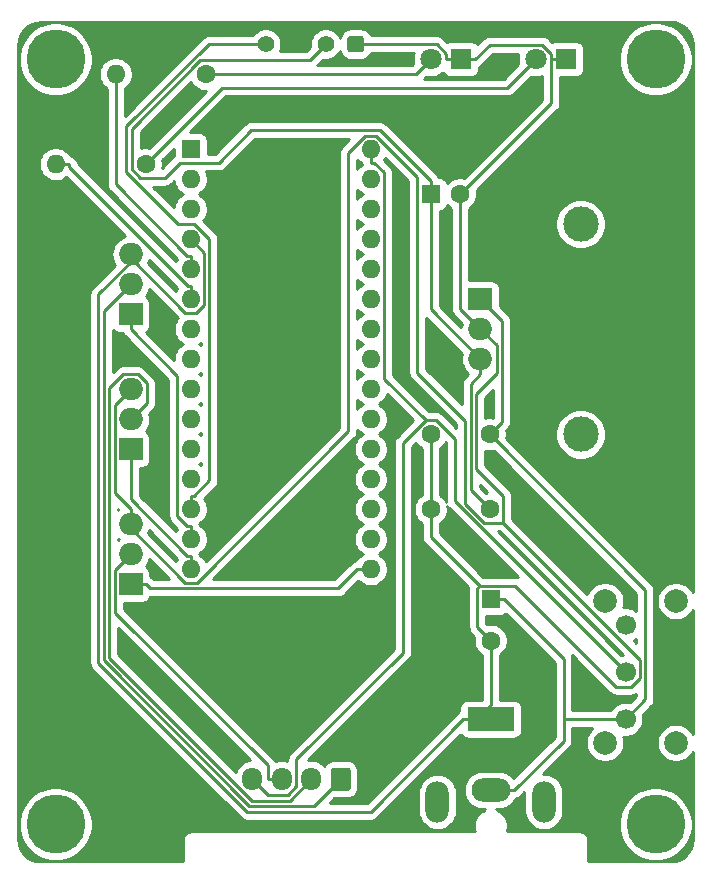
<source format=gbr>
G04 #@! TF.GenerationSoftware,KiCad,Pcbnew,(5.1.5)-3*
G04 #@! TF.CreationDate,2020-02-13T17:55:15+03:00*
G04 #@! TF.ProjectId,TV_led_driver,54565f6c-6564-45f6-9472-697665722e6b,rev?*
G04 #@! TF.SameCoordinates,Original*
G04 #@! TF.FileFunction,Copper,L1,Top*
G04 #@! TF.FilePolarity,Positive*
%FSLAX46Y46*%
G04 Gerber Fmt 4.6, Leading zero omitted, Abs format (unit mm)*
G04 Created by KiCad (PCBNEW (5.1.5)-3) date 2020-02-13 17:55:15*
%MOMM*%
%LPD*%
G04 APERTURE LIST*
%ADD10C,5.000000*%
%ADD11C,3.000000*%
%ADD12C,1.700000*%
%ADD13C,2.000000*%
%ADD14O,2.000000X1.905000*%
%ADD15R,2.000000X1.905000*%
%ADD16O,1.700000X1.950000*%
%ADD17C,0.100000*%
%ADD18O,2.000000X3.500000*%
%ADD19O,3.300000X2.000000*%
%ADD20R,4.000000X2.000000*%
%ADD21C,1.600000*%
%ADD22R,1.600000X1.600000*%
%ADD23O,1.600000X1.600000*%
%ADD24C,1.800000*%
%ADD25R,1.800000X1.800000*%
%ADD26C,1.400000*%
%ADD27C,0.250000*%
%ADD28C,0.254000*%
G04 APERTURE END LIST*
D10*
X113030000Y-118110000D03*
X163830000Y-118110000D03*
X163830000Y-53340000D03*
X113030000Y-53340000D03*
D11*
X157480000Y-67300000D03*
X157480000Y-85100000D03*
D12*
X161290000Y-101220000D03*
X161290000Y-105220000D03*
X161290000Y-109220000D03*
D13*
X165540000Y-111220000D03*
X165540000Y-99220000D03*
X159540000Y-99220000D03*
X159540000Y-111220000D03*
D14*
X149000000Y-78740000D03*
X149000000Y-76200000D03*
D15*
X149000000Y-73660000D03*
D14*
X119380000Y-92710000D03*
X119380000Y-95250000D03*
D15*
X119380000Y-97790000D03*
D14*
X119380000Y-81280000D03*
X119380000Y-83820000D03*
D15*
X119380000Y-86360000D03*
D14*
X119380000Y-69850000D03*
X119380000Y-72390000D03*
D15*
X119380000Y-74930000D03*
D16*
X129660000Y-114300000D03*
X132160000Y-114300000D03*
X134660000Y-114300000D03*
G04 #@! TA.AperFunction,ComponentPad*
D17*
G36*
X137784504Y-113326204D02*
G01*
X137808773Y-113329804D01*
X137832571Y-113335765D01*
X137855671Y-113344030D01*
X137877849Y-113354520D01*
X137898893Y-113367133D01*
X137918598Y-113381747D01*
X137936777Y-113398223D01*
X137953253Y-113416402D01*
X137967867Y-113436107D01*
X137980480Y-113457151D01*
X137990970Y-113479329D01*
X137999235Y-113502429D01*
X138005196Y-113526227D01*
X138008796Y-113550496D01*
X138010000Y-113575000D01*
X138010000Y-115025000D01*
X138008796Y-115049504D01*
X138005196Y-115073773D01*
X137999235Y-115097571D01*
X137990970Y-115120671D01*
X137980480Y-115142849D01*
X137967867Y-115163893D01*
X137953253Y-115183598D01*
X137936777Y-115201777D01*
X137918598Y-115218253D01*
X137898893Y-115232867D01*
X137877849Y-115245480D01*
X137855671Y-115255970D01*
X137832571Y-115264235D01*
X137808773Y-115270196D01*
X137784504Y-115273796D01*
X137760000Y-115275000D01*
X136560000Y-115275000D01*
X136535496Y-115273796D01*
X136511227Y-115270196D01*
X136487429Y-115264235D01*
X136464329Y-115255970D01*
X136442151Y-115245480D01*
X136421107Y-115232867D01*
X136401402Y-115218253D01*
X136383223Y-115201777D01*
X136366747Y-115183598D01*
X136352133Y-115163893D01*
X136339520Y-115142849D01*
X136329030Y-115120671D01*
X136320765Y-115097571D01*
X136314804Y-115073773D01*
X136311204Y-115049504D01*
X136310000Y-115025000D01*
X136310000Y-113575000D01*
X136311204Y-113550496D01*
X136314804Y-113526227D01*
X136320765Y-113502429D01*
X136329030Y-113479329D01*
X136339520Y-113457151D01*
X136352133Y-113436107D01*
X136366747Y-113416402D01*
X136383223Y-113398223D01*
X136401402Y-113381747D01*
X136421107Y-113367133D01*
X136442151Y-113354520D01*
X136464329Y-113344030D01*
X136487429Y-113335765D01*
X136511227Y-113329804D01*
X136535496Y-113326204D01*
X136560000Y-113325000D01*
X137760000Y-113325000D01*
X137784504Y-113326204D01*
G37*
G04 #@! TD.AperFunction*
D18*
X154360000Y-116220000D03*
X145360000Y-116220000D03*
D19*
X149860000Y-115220000D03*
D20*
X149860000Y-109220000D03*
D21*
X147280000Y-64770000D03*
D22*
X144780000Y-64770000D03*
D21*
X149780000Y-91440000D03*
X144780000Y-91440000D03*
X149780000Y-85090000D03*
X144780000Y-85090000D03*
X149860000Y-102560000D03*
D22*
X149860000Y-99060000D03*
D23*
X113030000Y-62230000D03*
D21*
X120650000Y-62230000D03*
D23*
X118110000Y-54610000D03*
D21*
X125730000Y-54610000D03*
D24*
X153670000Y-53340000D03*
D25*
X156210000Y-53340000D03*
D24*
X144780000Y-53340000D03*
D25*
X147320000Y-53340000D03*
D26*
X130810000Y-52070000D03*
X135890000Y-52070000D03*
G04 #@! TA.AperFunction,ComponentPad*
D17*
G36*
X138905226Y-51371200D02*
G01*
X138929417Y-51374788D01*
X138953139Y-51380730D01*
X138976165Y-51388969D01*
X138998272Y-51399425D01*
X139019248Y-51411998D01*
X139038891Y-51426566D01*
X139057011Y-51442989D01*
X139073434Y-51461109D01*
X139088002Y-51480752D01*
X139100575Y-51501728D01*
X139111031Y-51523835D01*
X139119270Y-51546861D01*
X139125212Y-51570583D01*
X139128800Y-51594774D01*
X139130000Y-51619200D01*
X139130000Y-52520800D01*
X139128800Y-52545226D01*
X139125212Y-52569417D01*
X139119270Y-52593139D01*
X139111031Y-52616165D01*
X139100575Y-52638272D01*
X139088002Y-52659248D01*
X139073434Y-52678891D01*
X139057011Y-52697011D01*
X139038891Y-52713434D01*
X139019248Y-52728002D01*
X138998272Y-52740575D01*
X138976165Y-52751031D01*
X138953139Y-52759270D01*
X138929417Y-52765212D01*
X138905226Y-52768800D01*
X138880800Y-52770000D01*
X137979200Y-52770000D01*
X137954774Y-52768800D01*
X137930583Y-52765212D01*
X137906861Y-52759270D01*
X137883835Y-52751031D01*
X137861728Y-52740575D01*
X137840752Y-52728002D01*
X137821109Y-52713434D01*
X137802989Y-52697011D01*
X137786566Y-52678891D01*
X137771998Y-52659248D01*
X137759425Y-52638272D01*
X137748969Y-52616165D01*
X137740730Y-52593139D01*
X137734788Y-52569417D01*
X137731200Y-52545226D01*
X137730000Y-52520800D01*
X137730000Y-51619200D01*
X137731200Y-51594774D01*
X137734788Y-51570583D01*
X137740730Y-51546861D01*
X137748969Y-51523835D01*
X137759425Y-51501728D01*
X137771998Y-51480752D01*
X137786566Y-51461109D01*
X137802989Y-51442989D01*
X137821109Y-51426566D01*
X137840752Y-51411998D01*
X137861728Y-51399425D01*
X137883835Y-51388969D01*
X137906861Y-51380730D01*
X137930583Y-51374788D01*
X137954774Y-51371200D01*
X137979200Y-51370000D01*
X138880800Y-51370000D01*
X138905226Y-51371200D01*
G37*
G04 #@! TD.AperFunction*
D22*
X124460000Y-60960000D03*
D23*
X139700000Y-93980000D03*
X124460000Y-63500000D03*
X139700000Y-91440000D03*
X124460000Y-66040000D03*
X139700000Y-88900000D03*
X124460000Y-68580000D03*
X139700000Y-86360000D03*
X124460000Y-71120000D03*
X139700000Y-83820000D03*
X124460000Y-73660000D03*
X139700000Y-81280000D03*
X124460000Y-76200000D03*
X139700000Y-78740000D03*
X124460000Y-78740000D03*
X139700000Y-76200000D03*
X124460000Y-81280000D03*
X139700000Y-73660000D03*
X124460000Y-83820000D03*
X139700000Y-71120000D03*
X124460000Y-86360000D03*
X139700000Y-68580000D03*
X124460000Y-88900000D03*
X139700000Y-66040000D03*
X124460000Y-91440000D03*
X139700000Y-63500000D03*
X124460000Y-93980000D03*
X139700000Y-60960000D03*
X124460000Y-96520000D03*
X139700000Y-96520000D03*
D27*
X148918600Y-97930300D02*
X148734600Y-98114300D01*
X148734600Y-98114300D02*
X148734600Y-101434600D01*
X148734600Y-101434600D02*
X149860000Y-102560000D01*
X150905200Y-92565400D02*
X162515200Y-104175400D01*
X162515200Y-104175400D02*
X162515200Y-105688600D01*
X162515200Y-105688600D02*
X161749500Y-106454300D01*
X161749500Y-106454300D02*
X160471200Y-106454300D01*
X160471200Y-106454300D02*
X151947200Y-97930300D01*
X151947200Y-97930300D02*
X148918600Y-97930300D01*
X148918600Y-97930300D02*
X144780000Y-93791700D01*
X144780000Y-93791700D02*
X144780000Y-91440000D01*
X150905200Y-92565400D02*
X150914000Y-92556600D01*
X150914000Y-92556600D02*
X150914000Y-90301300D01*
X150914000Y-90301300D02*
X148623800Y-88011100D01*
X148623800Y-88011100D02*
X148623800Y-81677700D01*
X148623800Y-81677700D02*
X150364700Y-79936800D01*
X150364700Y-79936800D02*
X150364700Y-77564700D01*
X150364700Y-77564700D02*
X149000000Y-76200000D01*
X119380000Y-92710000D02*
X119380000Y-93049000D01*
X119380000Y-93049000D02*
X124008400Y-97677400D01*
X124008400Y-97677400D02*
X124985300Y-97677400D01*
X124985300Y-97677400D02*
X137806000Y-84856700D01*
X137806000Y-84856700D02*
X137806000Y-61261100D01*
X137806000Y-61261100D02*
X139264100Y-59803000D01*
X139264100Y-59803000D02*
X140159200Y-59803000D01*
X140159200Y-59803000D02*
X143654600Y-63298400D01*
X143654600Y-63298400D02*
X143654600Y-79877100D01*
X143654600Y-79877100D02*
X147723100Y-83945600D01*
X147723100Y-83945600D02*
X147723100Y-90974600D01*
X147723100Y-90974600D02*
X149313900Y-92565400D01*
X149313900Y-92565400D02*
X150905200Y-92565400D01*
X148697400Y-109220000D02*
X149860000Y-108057400D01*
X149860000Y-108057400D02*
X149860000Y-102560000D01*
X148697400Y-109220000D02*
X147534700Y-109220000D01*
X149860000Y-109220000D02*
X148697400Y-109220000D01*
X149000000Y-76200000D02*
X147280000Y-74480000D01*
X147280000Y-74480000D02*
X147280000Y-64770000D01*
X119546700Y-70353900D02*
X116649400Y-73251200D01*
X116649400Y-73251200D02*
X116649400Y-104449300D01*
X116649400Y-104449300D02*
X129258100Y-117058000D01*
X129258100Y-117058000D02*
X139696700Y-117058000D01*
X139696700Y-117058000D02*
X147534700Y-109220000D01*
X119546700Y-70353900D02*
X119380000Y-70187200D01*
X119380000Y-70187200D02*
X119380000Y-69850000D01*
X124460000Y-68580000D02*
X125585300Y-69705300D01*
X125585300Y-69705300D02*
X125585300Y-74141200D01*
X125585300Y-74141200D02*
X124931300Y-74795200D01*
X124931300Y-74795200D02*
X123988000Y-74795200D01*
X123988000Y-74795200D02*
X119546700Y-70353900D01*
X146094700Y-53340000D02*
X146094700Y-52880500D01*
X146094700Y-52880500D02*
X145284200Y-52070000D01*
X145284200Y-52070000D02*
X138430000Y-52070000D01*
X144780000Y-91440000D02*
X144780000Y-85090000D01*
X147280000Y-64770000D02*
X154984700Y-57065300D01*
X154984700Y-57065300D02*
X154984700Y-53340000D01*
X147320000Y-53340000D02*
X146094700Y-53340000D01*
X119380000Y-81280000D02*
X118018400Y-82641600D01*
X118018400Y-82641600D02*
X118018400Y-90070600D01*
X118018400Y-90070600D02*
X119380000Y-91432200D01*
X119380000Y-92710000D02*
X119380000Y-91432200D01*
X147320000Y-53340000D02*
X148545300Y-53340000D01*
X156210000Y-53340000D02*
X154984700Y-53340000D01*
X154984700Y-53340000D02*
X154984700Y-52880500D01*
X154984700Y-52880500D02*
X154218900Y-52114700D01*
X154218900Y-52114700D02*
X149770600Y-52114700D01*
X149770600Y-52114700D02*
X148545300Y-53340000D01*
X124460000Y-71120000D02*
X124460000Y-69994700D01*
X124460000Y-69994700D02*
X124178700Y-69994700D01*
X124178700Y-69994700D02*
X118110000Y-63926000D01*
X118110000Y-63926000D02*
X118110000Y-54610000D01*
X113030000Y-62230000D02*
X114155300Y-62230000D01*
X124460000Y-73660000D02*
X124460000Y-72534700D01*
X124460000Y-72534700D02*
X124208900Y-72534700D01*
X124208900Y-72534700D02*
X114155300Y-62481100D01*
X114155300Y-62481100D02*
X114155300Y-62230000D01*
X130810000Y-52070000D02*
X125985600Y-52070000D01*
X125985600Y-52070000D02*
X119022000Y-59033600D01*
X119022000Y-59033600D02*
X119022000Y-62930200D01*
X119022000Y-62930200D02*
X123401800Y-67310000D01*
X123401800Y-67310000D02*
X124783700Y-67310000D01*
X124783700Y-67310000D02*
X126054600Y-68580900D01*
X126054600Y-68580900D02*
X126054600Y-89001400D01*
X126054600Y-89001400D02*
X124741300Y-90314700D01*
X124741300Y-90314700D02*
X124460000Y-90314700D01*
X124460000Y-91440000D02*
X124460000Y-90314700D01*
X124460000Y-93980000D02*
X124460000Y-92854700D01*
X119380000Y-74930000D02*
X119380000Y-76207800D01*
X119380000Y-76207800D02*
X123334700Y-80162500D01*
X123334700Y-80162500D02*
X123334700Y-92010800D01*
X123334700Y-92010800D02*
X124178600Y-92854700D01*
X124178600Y-92854700D02*
X124460000Y-92854700D01*
X144362800Y-83910100D02*
X145249100Y-83910100D01*
X145249100Y-83910100D02*
X146825500Y-85486500D01*
X146825500Y-85486500D02*
X146825500Y-90755600D01*
X146825500Y-90755600D02*
X146825600Y-90755600D01*
X146825600Y-90755600D02*
X161290000Y-105220000D01*
X144362800Y-83910100D02*
X142422600Y-85850300D01*
X142422600Y-85850300D02*
X142422600Y-103593400D01*
X142422600Y-103593400D02*
X133410000Y-112606000D01*
X133410000Y-112606000D02*
X133410000Y-114913100D01*
X133410000Y-114913100D02*
X132669300Y-115653800D01*
X132669300Y-115653800D02*
X131013800Y-115653800D01*
X131013800Y-115653800D02*
X129660000Y-114300000D01*
X144362800Y-83910100D02*
X140825300Y-80372600D01*
X140825300Y-80372600D02*
X140825300Y-62929200D01*
X140825300Y-62929200D02*
X139981400Y-62085300D01*
X139981400Y-62085300D02*
X139700000Y-62085300D01*
X139700000Y-60960000D02*
X139700000Y-62085300D01*
X119380000Y-86360000D02*
X119380000Y-87637800D01*
X124460000Y-95394700D02*
X124178600Y-95394700D01*
X124178600Y-95394700D02*
X119380000Y-90596100D01*
X119380000Y-90596100D02*
X119380000Y-87637800D01*
X124460000Y-96520000D02*
X124460000Y-95394700D01*
X119380000Y-97790000D02*
X120705300Y-97790000D01*
X139700000Y-96520000D02*
X138574700Y-96520000D01*
X138574700Y-96520000D02*
X136951500Y-98143200D01*
X136951500Y-98143200D02*
X121058500Y-98143200D01*
X121058500Y-98143200D02*
X120705300Y-97790000D01*
X132160000Y-114300000D02*
X130984700Y-114300000D01*
X130984700Y-114300000D02*
X130984700Y-113124700D01*
X130984700Y-113124700D02*
X118054600Y-100194600D01*
X118054600Y-100194600D02*
X118054600Y-96575400D01*
X118054600Y-96575400D02*
X119380000Y-95250000D01*
X134660000Y-114300000D02*
X132855800Y-116104200D01*
X132855800Y-116104200D02*
X129625800Y-116104200D01*
X129625800Y-116104200D02*
X117550200Y-104028600D01*
X117550200Y-104028600D02*
X117550200Y-81197300D01*
X117550200Y-81197300D02*
X118751600Y-79995900D01*
X118751600Y-79995900D02*
X119965200Y-79995900D01*
X119965200Y-79995900D02*
X120747700Y-80778400D01*
X120747700Y-80778400D02*
X120747700Y-82452300D01*
X120747700Y-82452300D02*
X119380000Y-83820000D01*
X137160000Y-114300000D02*
X134905400Y-116554600D01*
X134905400Y-116554600D02*
X129439300Y-116554600D01*
X129439300Y-116554600D02*
X117099800Y-104215100D01*
X117099800Y-104215100D02*
X117099800Y-74670200D01*
X117099800Y-74670200D02*
X119380000Y-72390000D01*
X156029900Y-109220000D02*
X156029900Y-111025400D01*
X156029900Y-111025400D02*
X151835300Y-115220000D01*
X150985300Y-99060000D02*
X156029900Y-104104600D01*
X156029900Y-104104600D02*
X156029900Y-109220000D01*
X156029900Y-109220000D02*
X161290000Y-109220000D01*
X149860000Y-115220000D02*
X151835300Y-115220000D01*
X149860000Y-99060000D02*
X150985300Y-99060000D01*
X149780000Y-85090000D02*
X150815000Y-84055000D01*
X150815000Y-84055000D02*
X150815000Y-75475000D01*
X150815000Y-75475000D02*
X149000000Y-73660000D01*
X161290000Y-109220000D02*
X162965600Y-107544400D01*
X162965600Y-107544400D02*
X162965600Y-98275600D01*
X162965600Y-98275600D02*
X149780000Y-85090000D01*
X144780000Y-64770000D02*
X144780000Y-63644700D01*
X144780000Y-63644700D02*
X140487900Y-59352600D01*
X140487900Y-59352600D02*
X129561800Y-59352600D01*
X129561800Y-59352600D02*
X126829000Y-62085400D01*
X126829000Y-62085400D02*
X123561400Y-62085400D01*
X123561400Y-62085400D02*
X122282300Y-63364500D01*
X122282300Y-63364500D02*
X120175900Y-63364500D01*
X120175900Y-63364500D02*
X119472400Y-62661000D01*
X119472400Y-62661000D02*
X119472400Y-59220100D01*
X119472400Y-59220100D02*
X125264400Y-53428100D01*
X125264400Y-53428100D02*
X134531900Y-53428100D01*
X134531900Y-53428100D02*
X135890000Y-52070000D01*
X149000000Y-78740000D02*
X144780000Y-74520000D01*
X144780000Y-74520000D02*
X144780000Y-64770000D01*
X149000000Y-78740000D02*
X149000000Y-80017800D01*
X149780000Y-91440000D02*
X148173500Y-89833500D01*
X148173500Y-89833500D02*
X148173500Y-80844300D01*
X148173500Y-80844300D02*
X149000000Y-80017800D01*
X144780000Y-53340000D02*
X143510000Y-54610000D01*
X143510000Y-54610000D02*
X125730000Y-54610000D01*
X153670000Y-53340000D02*
X151274600Y-55735400D01*
X151274600Y-55735400D02*
X127144600Y-55735400D01*
X127144600Y-55735400D02*
X120650000Y-62230000D01*
D28*
G36*
X165464545Y-50228909D02*
G01*
X165815208Y-50334780D01*
X166138625Y-50506744D01*
X166422484Y-50738254D01*
X166655965Y-51020486D01*
X166830183Y-51342695D01*
X166938502Y-51692614D01*
X166980000Y-52087443D01*
X166980001Y-98432191D01*
X166809987Y-98177748D01*
X166582252Y-97950013D01*
X166314463Y-97771082D01*
X166016912Y-97647832D01*
X165701033Y-97585000D01*
X165378967Y-97585000D01*
X165063088Y-97647832D01*
X164765537Y-97771082D01*
X164497748Y-97950013D01*
X164270013Y-98177748D01*
X164091082Y-98445537D01*
X163967832Y-98743088D01*
X163905000Y-99058967D01*
X163905000Y-99381033D01*
X163967832Y-99696912D01*
X164091082Y-99994463D01*
X164270013Y-100262252D01*
X164497748Y-100489987D01*
X164765537Y-100668918D01*
X165063088Y-100792168D01*
X165378967Y-100855000D01*
X165701033Y-100855000D01*
X166016912Y-100792168D01*
X166314463Y-100668918D01*
X166582252Y-100489987D01*
X166809987Y-100262252D01*
X166980001Y-100007809D01*
X166980001Y-110432192D01*
X166809987Y-110177748D01*
X166582252Y-109950013D01*
X166314463Y-109771082D01*
X166016912Y-109647832D01*
X165701033Y-109585000D01*
X165378967Y-109585000D01*
X165063088Y-109647832D01*
X164765537Y-109771082D01*
X164497748Y-109950013D01*
X164270013Y-110177748D01*
X164091082Y-110445537D01*
X163967832Y-110743088D01*
X163905000Y-111058967D01*
X163905000Y-111381033D01*
X163967832Y-111696912D01*
X164091082Y-111994463D01*
X164270013Y-112262252D01*
X164497748Y-112489987D01*
X164765537Y-112668918D01*
X165063088Y-112792168D01*
X165378967Y-112855000D01*
X165701033Y-112855000D01*
X166016912Y-112792168D01*
X166314463Y-112668918D01*
X166582252Y-112489987D01*
X166809987Y-112262252D01*
X166980001Y-112007808D01*
X166980001Y-119347711D01*
X166941091Y-119744545D01*
X166835220Y-120095206D01*
X166663257Y-120418623D01*
X166431748Y-120702482D01*
X166149514Y-120935965D01*
X165827304Y-121110184D01*
X165477385Y-121218502D01*
X165082557Y-121260000D01*
X158140000Y-121260000D01*
X158140000Y-119412418D01*
X158143193Y-119380000D01*
X158130450Y-119250617D01*
X158092710Y-119126207D01*
X158031425Y-119011550D01*
X157948948Y-118911052D01*
X157848450Y-118828575D01*
X157733793Y-118767290D01*
X157609383Y-118729550D01*
X157549123Y-118723615D01*
X157480000Y-118716807D01*
X157447581Y-118720000D01*
X151206125Y-118720000D01*
X151239853Y-118638574D01*
X151295000Y-118361335D01*
X151295000Y-118078665D01*
X151239853Y-117801426D01*
X151131680Y-117540273D01*
X150974637Y-117305241D01*
X150774759Y-117105363D01*
X150539727Y-116948320D01*
X150314432Y-116855000D01*
X150590322Y-116855000D01*
X150830516Y-116831343D01*
X151138715Y-116737852D01*
X151422752Y-116586031D01*
X151671714Y-116381714D01*
X151876031Y-116132752D01*
X151962405Y-115971158D01*
X151984286Y-115969003D01*
X152127547Y-115925546D01*
X152259576Y-115854974D01*
X152375301Y-115760001D01*
X152399104Y-115730997D01*
X152725000Y-115405101D01*
X152725000Y-117050322D01*
X152748657Y-117290516D01*
X152842149Y-117598715D01*
X152993970Y-117882752D01*
X153198287Y-118131714D01*
X153447249Y-118336031D01*
X153731286Y-118487852D01*
X154039485Y-118581343D01*
X154360000Y-118612911D01*
X154680516Y-118581343D01*
X154988715Y-118487852D01*
X155272752Y-118336031D01*
X155521714Y-118131714D01*
X155726031Y-117882752D01*
X155769605Y-117801229D01*
X160695000Y-117801229D01*
X160695000Y-118418771D01*
X160815476Y-119024446D01*
X161051799Y-119594979D01*
X161394886Y-120108446D01*
X161831554Y-120545114D01*
X162345021Y-120888201D01*
X162915554Y-121124524D01*
X163521229Y-121245000D01*
X164138771Y-121245000D01*
X164744446Y-121124524D01*
X165314979Y-120888201D01*
X165828446Y-120545114D01*
X166265114Y-120108446D01*
X166608201Y-119594979D01*
X166844524Y-119024446D01*
X166965000Y-118418771D01*
X166965000Y-117801229D01*
X166844524Y-117195554D01*
X166608201Y-116625021D01*
X166265114Y-116111554D01*
X165828446Y-115674886D01*
X165314979Y-115331799D01*
X164744446Y-115095476D01*
X164138771Y-114975000D01*
X163521229Y-114975000D01*
X162915554Y-115095476D01*
X162345021Y-115331799D01*
X161831554Y-115674886D01*
X161394886Y-116111554D01*
X161051799Y-116625021D01*
X160815476Y-117195554D01*
X160695000Y-117801229D01*
X155769605Y-117801229D01*
X155877852Y-117598715D01*
X155971343Y-117290516D01*
X155995000Y-117050322D01*
X155995000Y-115389678D01*
X155971343Y-115149484D01*
X155877852Y-114841285D01*
X155726031Y-114557248D01*
X155521714Y-114308286D01*
X155272751Y-114103969D01*
X154988714Y-113952148D01*
X154680515Y-113858657D01*
X154360000Y-113827089D01*
X154296786Y-113833315D01*
X156540903Y-111589199D01*
X156569901Y-111565401D01*
X156664874Y-111449676D01*
X156735446Y-111317647D01*
X156778903Y-111174386D01*
X156789900Y-111062733D01*
X156789900Y-111062724D01*
X156793576Y-111025401D01*
X156789900Y-110988078D01*
X156789900Y-109980000D01*
X158467761Y-109980000D01*
X158270013Y-110177748D01*
X158091082Y-110445537D01*
X157967832Y-110743088D01*
X157905000Y-111058967D01*
X157905000Y-111381033D01*
X157967832Y-111696912D01*
X158091082Y-111994463D01*
X158270013Y-112262252D01*
X158497748Y-112489987D01*
X158765537Y-112668918D01*
X159063088Y-112792168D01*
X159378967Y-112855000D01*
X159701033Y-112855000D01*
X160016912Y-112792168D01*
X160314463Y-112668918D01*
X160582252Y-112489987D01*
X160809987Y-112262252D01*
X160988918Y-111994463D01*
X161112168Y-111696912D01*
X161175000Y-111381033D01*
X161175000Y-111058967D01*
X161112168Y-110743088D01*
X161092140Y-110694736D01*
X161143740Y-110705000D01*
X161436260Y-110705000D01*
X161723158Y-110647932D01*
X161993411Y-110535990D01*
X162236632Y-110373475D01*
X162443475Y-110166632D01*
X162605990Y-109923411D01*
X162717932Y-109653158D01*
X162775000Y-109366260D01*
X162775000Y-109073740D01*
X162731210Y-108853592D01*
X163476604Y-108108198D01*
X163505601Y-108084401D01*
X163600574Y-107968676D01*
X163671146Y-107836647D01*
X163714603Y-107693386D01*
X163725600Y-107581733D01*
X163725600Y-107581724D01*
X163729276Y-107544401D01*
X163725600Y-107507078D01*
X163725600Y-98312922D01*
X163729276Y-98275599D01*
X163725600Y-98238276D01*
X163725600Y-98238267D01*
X163714603Y-98126614D01*
X163671146Y-97983353D01*
X163600574Y-97851324D01*
X163505601Y-97735599D01*
X163476603Y-97711801D01*
X151178688Y-85413887D01*
X151215000Y-85231335D01*
X151215000Y-84948665D01*
X151203276Y-84889721D01*
X155345000Y-84889721D01*
X155345000Y-85310279D01*
X155427047Y-85722756D01*
X155587988Y-86111302D01*
X155821637Y-86460983D01*
X156119017Y-86758363D01*
X156468698Y-86992012D01*
X156857244Y-87152953D01*
X157269721Y-87235000D01*
X157690279Y-87235000D01*
X158102756Y-87152953D01*
X158491302Y-86992012D01*
X158840983Y-86758363D01*
X159138363Y-86460983D01*
X159372012Y-86111302D01*
X159532953Y-85722756D01*
X159615000Y-85310279D01*
X159615000Y-84889721D01*
X159532953Y-84477244D01*
X159372012Y-84088698D01*
X159138363Y-83739017D01*
X158840983Y-83441637D01*
X158491302Y-83207988D01*
X158102756Y-83047047D01*
X157690279Y-82965000D01*
X157269721Y-82965000D01*
X156857244Y-83047047D01*
X156468698Y-83207988D01*
X156119017Y-83441637D01*
X155821637Y-83739017D01*
X155587988Y-84088698D01*
X155427047Y-84477244D01*
X155345000Y-84889721D01*
X151203276Y-84889721D01*
X151178688Y-84766114D01*
X151326004Y-84618798D01*
X151355001Y-84595001D01*
X151411464Y-84526201D01*
X151449974Y-84479277D01*
X151520546Y-84347247D01*
X151551781Y-84244276D01*
X151564003Y-84203986D01*
X151575000Y-84092333D01*
X151575000Y-84092324D01*
X151578676Y-84055001D01*
X151575000Y-84017678D01*
X151575000Y-75512333D01*
X151578677Y-75475000D01*
X151564003Y-75326014D01*
X151520546Y-75182753D01*
X151449974Y-75050724D01*
X151378799Y-74963997D01*
X151355001Y-74934999D01*
X151326003Y-74911201D01*
X150638072Y-74223270D01*
X150638072Y-72707500D01*
X150625812Y-72583018D01*
X150589502Y-72463320D01*
X150530537Y-72353006D01*
X150451185Y-72256315D01*
X150354494Y-72176963D01*
X150244180Y-72117998D01*
X150124482Y-72081688D01*
X150000000Y-72069428D01*
X148040000Y-72069428D01*
X148040000Y-67089721D01*
X155345000Y-67089721D01*
X155345000Y-67510279D01*
X155427047Y-67922756D01*
X155587988Y-68311302D01*
X155821637Y-68660983D01*
X156119017Y-68958363D01*
X156468698Y-69192012D01*
X156857244Y-69352953D01*
X157269721Y-69435000D01*
X157690279Y-69435000D01*
X158102756Y-69352953D01*
X158491302Y-69192012D01*
X158840983Y-68958363D01*
X159138363Y-68660983D01*
X159372012Y-68311302D01*
X159532953Y-67922756D01*
X159615000Y-67510279D01*
X159615000Y-67089721D01*
X159532953Y-66677244D01*
X159372012Y-66288698D01*
X159138363Y-65939017D01*
X158840983Y-65641637D01*
X158491302Y-65407988D01*
X158102756Y-65247047D01*
X157690279Y-65165000D01*
X157269721Y-65165000D01*
X156857244Y-65247047D01*
X156468698Y-65407988D01*
X156119017Y-65641637D01*
X155821637Y-65939017D01*
X155587988Y-66288698D01*
X155427047Y-66677244D01*
X155345000Y-67089721D01*
X148040000Y-67089721D01*
X148040000Y-65988043D01*
X148194759Y-65884637D01*
X148394637Y-65684759D01*
X148551680Y-65449727D01*
X148659853Y-65188574D01*
X148715000Y-64911335D01*
X148715000Y-64628665D01*
X148678688Y-64446113D01*
X155495704Y-57629098D01*
X155524701Y-57605301D01*
X155619674Y-57489576D01*
X155690246Y-57357547D01*
X155733703Y-57214286D01*
X155744700Y-57102633D01*
X155744700Y-57102624D01*
X155748376Y-57065301D01*
X155744700Y-57027978D01*
X155744700Y-54878072D01*
X157110000Y-54878072D01*
X157234482Y-54865812D01*
X157354180Y-54829502D01*
X157464494Y-54770537D01*
X157561185Y-54691185D01*
X157640537Y-54594494D01*
X157699502Y-54484180D01*
X157735812Y-54364482D01*
X157748072Y-54240000D01*
X157748072Y-53031229D01*
X160695000Y-53031229D01*
X160695000Y-53648771D01*
X160815476Y-54254446D01*
X161051799Y-54824979D01*
X161394886Y-55338446D01*
X161831554Y-55775114D01*
X162345021Y-56118201D01*
X162915554Y-56354524D01*
X163521229Y-56475000D01*
X164138771Y-56475000D01*
X164744446Y-56354524D01*
X165314979Y-56118201D01*
X165828446Y-55775114D01*
X166265114Y-55338446D01*
X166608201Y-54824979D01*
X166844524Y-54254446D01*
X166965000Y-53648771D01*
X166965000Y-53031229D01*
X166844524Y-52425554D01*
X166608201Y-51855021D01*
X166265114Y-51341554D01*
X165828446Y-50904886D01*
X165314979Y-50561799D01*
X164744446Y-50325476D01*
X164138771Y-50205000D01*
X163521229Y-50205000D01*
X162915554Y-50325476D01*
X162345021Y-50561799D01*
X161831554Y-50904886D01*
X161394886Y-51341554D01*
X161051799Y-51855021D01*
X160815476Y-52425554D01*
X160695000Y-53031229D01*
X157748072Y-53031229D01*
X157748072Y-52440000D01*
X157735812Y-52315518D01*
X157699502Y-52195820D01*
X157640537Y-52085506D01*
X157561185Y-51988815D01*
X157464494Y-51909463D01*
X157354180Y-51850498D01*
X157234482Y-51814188D01*
X157110000Y-51801928D01*
X155310000Y-51801928D01*
X155185518Y-51814188D01*
X155065820Y-51850498D01*
X155042151Y-51863150D01*
X154782703Y-51603702D01*
X154758901Y-51574699D01*
X154643176Y-51479726D01*
X154511147Y-51409154D01*
X154367886Y-51365697D01*
X154256233Y-51354700D01*
X154256222Y-51354700D01*
X154218900Y-51351024D01*
X154181578Y-51354700D01*
X149807923Y-51354700D01*
X149770600Y-51351024D01*
X149733277Y-51354700D01*
X149733267Y-51354700D01*
X149621614Y-51365697D01*
X149494045Y-51404394D01*
X149478353Y-51409154D01*
X149346323Y-51479726D01*
X149285066Y-51529999D01*
X149230599Y-51574699D01*
X149206801Y-51603697D01*
X148739023Y-52071476D01*
X148671185Y-51988815D01*
X148574494Y-51909463D01*
X148464180Y-51850498D01*
X148344482Y-51814188D01*
X148220000Y-51801928D01*
X146420000Y-51801928D01*
X146295518Y-51814188D01*
X146175820Y-51850498D01*
X146152151Y-51863150D01*
X145848003Y-51559002D01*
X145824201Y-51529999D01*
X145708476Y-51435026D01*
X145576447Y-51364454D01*
X145433186Y-51320997D01*
X145321533Y-51310000D01*
X145321522Y-51310000D01*
X145284200Y-51306324D01*
X145246878Y-51310000D01*
X139709737Y-51310000D01*
X139700532Y-51279656D01*
X139618540Y-51126258D01*
X139508196Y-50991804D01*
X139373742Y-50881460D01*
X139220344Y-50799468D01*
X139053898Y-50748977D01*
X138880800Y-50731928D01*
X137979200Y-50731928D01*
X137806102Y-50748977D01*
X137639656Y-50799468D01*
X137486258Y-50881460D01*
X137351804Y-50991804D01*
X137241460Y-51126258D01*
X137159468Y-51279656D01*
X137108977Y-51446102D01*
X137102751Y-51509318D01*
X137073061Y-51437641D01*
X136926962Y-51218987D01*
X136741013Y-51033038D01*
X136522359Y-50886939D01*
X136279405Y-50786304D01*
X136021486Y-50735000D01*
X135758514Y-50735000D01*
X135500595Y-50786304D01*
X135257641Y-50886939D01*
X135038987Y-51033038D01*
X134853038Y-51218987D01*
X134706939Y-51437641D01*
X134606304Y-51680595D01*
X134555000Y-51938514D01*
X134555000Y-52201486D01*
X134576355Y-52308843D01*
X134217099Y-52668100D01*
X132007252Y-52668100D01*
X132093696Y-52459405D01*
X132145000Y-52201486D01*
X132145000Y-51938514D01*
X132093696Y-51680595D01*
X131993061Y-51437641D01*
X131846962Y-51218987D01*
X131661013Y-51033038D01*
X131442359Y-50886939D01*
X131199405Y-50786304D01*
X130941486Y-50735000D01*
X130678514Y-50735000D01*
X130420595Y-50786304D01*
X130177641Y-50886939D01*
X129958987Y-51033038D01*
X129773038Y-51218987D01*
X129712225Y-51310000D01*
X126022933Y-51310000D01*
X125985600Y-51306323D01*
X125948267Y-51310000D01*
X125836614Y-51320997D01*
X125693353Y-51364454D01*
X125561324Y-51435026D01*
X125445599Y-51529999D01*
X125421801Y-51558997D01*
X118870000Y-58110799D01*
X118870000Y-55828043D01*
X119024759Y-55724637D01*
X119224637Y-55524759D01*
X119381680Y-55289727D01*
X119489853Y-55028574D01*
X119545000Y-54751335D01*
X119545000Y-54468665D01*
X119489853Y-54191426D01*
X119381680Y-53930273D01*
X119224637Y-53695241D01*
X119024759Y-53495363D01*
X118789727Y-53338320D01*
X118528574Y-53230147D01*
X118251335Y-53175000D01*
X117968665Y-53175000D01*
X117691426Y-53230147D01*
X117430273Y-53338320D01*
X117195241Y-53495363D01*
X116995363Y-53695241D01*
X116838320Y-53930273D01*
X116730147Y-54191426D01*
X116675000Y-54468665D01*
X116675000Y-54751335D01*
X116730147Y-55028574D01*
X116838320Y-55289727D01*
X116995363Y-55524759D01*
X117195241Y-55724637D01*
X117350001Y-55828044D01*
X117350000Y-63888678D01*
X117346324Y-63926000D01*
X117350000Y-63963322D01*
X117350000Y-63963332D01*
X117360997Y-64074985D01*
X117401497Y-64208499D01*
X117404454Y-64218246D01*
X117475026Y-64350276D01*
X117510665Y-64393702D01*
X117569999Y-64466001D01*
X117599003Y-64489804D01*
X123332977Y-70223779D01*
X123188703Y-70439700D01*
X114912419Y-62163418D01*
X114904303Y-62081014D01*
X114860846Y-61937753D01*
X114790274Y-61805724D01*
X114695301Y-61689999D01*
X114579576Y-61595026D01*
X114447547Y-61524454D01*
X114304286Y-61480997D01*
X114251947Y-61475842D01*
X114144637Y-61315241D01*
X113944759Y-61115363D01*
X113709727Y-60958320D01*
X113448574Y-60850147D01*
X113171335Y-60795000D01*
X112888665Y-60795000D01*
X112611426Y-60850147D01*
X112350273Y-60958320D01*
X112115241Y-61115363D01*
X111915363Y-61315241D01*
X111758320Y-61550273D01*
X111650147Y-61811426D01*
X111595000Y-62088665D01*
X111595000Y-62371335D01*
X111650147Y-62648574D01*
X111758320Y-62909727D01*
X111915363Y-63144759D01*
X112115241Y-63344637D01*
X112350273Y-63501680D01*
X112611426Y-63609853D01*
X112888665Y-63665000D01*
X113171335Y-63665000D01*
X113448574Y-63609853D01*
X113709727Y-63501680D01*
X113944326Y-63344927D01*
X118916621Y-68317223D01*
X118722051Y-68376245D01*
X118446265Y-68523655D01*
X118204537Y-68722037D01*
X118006155Y-68963765D01*
X117858745Y-69239551D01*
X117767970Y-69538796D01*
X117737319Y-69850000D01*
X117767970Y-70161204D01*
X117858745Y-70460449D01*
X118006155Y-70736235D01*
X118043752Y-70782047D01*
X116138403Y-72687396D01*
X116109399Y-72711199D01*
X116081462Y-72745241D01*
X116014426Y-72826924D01*
X116014414Y-72826947D01*
X115943854Y-72958954D01*
X115900397Y-73102215D01*
X115889400Y-73213868D01*
X115889400Y-73213878D01*
X115885724Y-73251200D01*
X115889400Y-73288522D01*
X115889401Y-104411967D01*
X115885724Y-104449300D01*
X115889401Y-104486633D01*
X115900398Y-104598286D01*
X115912862Y-104639375D01*
X115943854Y-104741546D01*
X116014426Y-104873576D01*
X116085601Y-104960302D01*
X116109400Y-104989301D01*
X116138398Y-105013099D01*
X128694301Y-117569003D01*
X128718099Y-117598001D01*
X128747097Y-117621799D01*
X128833824Y-117692974D01*
X128965853Y-117763546D01*
X129109114Y-117807003D01*
X129258100Y-117821677D01*
X129295433Y-117818000D01*
X139659378Y-117818000D01*
X139696700Y-117821676D01*
X139734022Y-117818000D01*
X139734033Y-117818000D01*
X139845686Y-117807003D01*
X139988947Y-117763546D01*
X140120976Y-117692974D01*
X140236701Y-117598001D01*
X140260504Y-117568997D01*
X142439822Y-115389679D01*
X143725000Y-115389679D01*
X143725000Y-117050322D01*
X143748657Y-117290516D01*
X143842149Y-117598715D01*
X143993970Y-117882752D01*
X144198287Y-118131714D01*
X144447249Y-118336031D01*
X144731286Y-118487852D01*
X145039485Y-118581343D01*
X145360000Y-118612911D01*
X145680516Y-118581343D01*
X145988715Y-118487852D01*
X146272752Y-118336031D01*
X146521714Y-118131714D01*
X146726031Y-117882752D01*
X146877852Y-117598715D01*
X146971343Y-117290516D01*
X146995000Y-117050322D01*
X146995000Y-115389678D01*
X146971343Y-115149484D01*
X146877852Y-114841285D01*
X146726031Y-114557248D01*
X146521714Y-114308286D01*
X146272751Y-114103969D01*
X145988714Y-113952148D01*
X145680515Y-113858657D01*
X145360000Y-113827089D01*
X145039484Y-113858657D01*
X144731285Y-113952148D01*
X144447248Y-114103969D01*
X144198286Y-114308286D01*
X143993969Y-114557249D01*
X143842148Y-114841286D01*
X143748657Y-115149485D01*
X143725000Y-115389679D01*
X142439822Y-115389679D01*
X147303528Y-110525974D01*
X147329463Y-110574494D01*
X147408815Y-110671185D01*
X147505506Y-110750537D01*
X147615820Y-110809502D01*
X147735518Y-110845812D01*
X147860000Y-110858072D01*
X151860000Y-110858072D01*
X151984482Y-110845812D01*
X152104180Y-110809502D01*
X152214494Y-110750537D01*
X152311185Y-110671185D01*
X152390537Y-110574494D01*
X152449502Y-110464180D01*
X152485812Y-110344482D01*
X152498072Y-110220000D01*
X152498072Y-108220000D01*
X152485812Y-108095518D01*
X152449502Y-107975820D01*
X152390537Y-107865506D01*
X152311185Y-107768815D01*
X152214494Y-107689463D01*
X152104180Y-107630498D01*
X151984482Y-107594188D01*
X151860000Y-107581928D01*
X150620000Y-107581928D01*
X150620000Y-103778043D01*
X150774759Y-103674637D01*
X150974637Y-103474759D01*
X151131680Y-103239727D01*
X151239853Y-102978574D01*
X151295000Y-102701335D01*
X151295000Y-102418665D01*
X151239853Y-102141426D01*
X151131680Y-101880273D01*
X150974637Y-101645241D01*
X150774759Y-101445363D01*
X150539727Y-101288320D01*
X150278574Y-101180147D01*
X150001335Y-101125000D01*
X149718665Y-101125000D01*
X149536113Y-101161312D01*
X149494600Y-101119799D01*
X149494600Y-100498072D01*
X150660000Y-100498072D01*
X150784482Y-100485812D01*
X150904180Y-100449502D01*
X151014494Y-100390537D01*
X151111185Y-100311185D01*
X151133948Y-100283449D01*
X155269900Y-104419402D01*
X155269901Y-109182657D01*
X155266223Y-109220000D01*
X155269900Y-109257333D01*
X155269901Y-110710597D01*
X151784627Y-114195872D01*
X151671714Y-114058286D01*
X151422752Y-113853969D01*
X151138715Y-113702148D01*
X150830516Y-113608657D01*
X150590322Y-113585000D01*
X149129678Y-113585000D01*
X148889484Y-113608657D01*
X148581285Y-113702148D01*
X148297248Y-113853969D01*
X148048286Y-114058286D01*
X147843969Y-114307248D01*
X147692148Y-114591285D01*
X147598657Y-114899484D01*
X147567089Y-115220000D01*
X147598657Y-115540516D01*
X147692148Y-115848715D01*
X147843969Y-116132752D01*
X148048286Y-116381714D01*
X148297248Y-116586031D01*
X148581285Y-116737852D01*
X148889484Y-116831343D01*
X149129678Y-116855000D01*
X149405568Y-116855000D01*
X149180273Y-116948320D01*
X148945241Y-117105363D01*
X148745363Y-117305241D01*
X148588320Y-117540273D01*
X148480147Y-117801426D01*
X148425000Y-118078665D01*
X148425000Y-118361335D01*
X148480147Y-118638574D01*
X148513875Y-118720000D01*
X124492419Y-118720000D01*
X124460000Y-118716807D01*
X124390877Y-118723615D01*
X124330617Y-118729550D01*
X124206207Y-118767290D01*
X124091550Y-118828575D01*
X123991052Y-118911052D01*
X123908575Y-119011550D01*
X123847290Y-119126207D01*
X123809550Y-119250617D01*
X123796807Y-119380000D01*
X123800000Y-119412418D01*
X123800001Y-121260000D01*
X111792279Y-121260000D01*
X111395455Y-121221091D01*
X111044794Y-121115220D01*
X110721377Y-120943257D01*
X110437518Y-120711748D01*
X110204035Y-120429514D01*
X110029816Y-120107304D01*
X109921498Y-119757385D01*
X109880000Y-119362557D01*
X109880000Y-117801229D01*
X109895000Y-117801229D01*
X109895000Y-118418771D01*
X110015476Y-119024446D01*
X110251799Y-119594979D01*
X110594886Y-120108446D01*
X111031554Y-120545114D01*
X111545021Y-120888201D01*
X112115554Y-121124524D01*
X112721229Y-121245000D01*
X113338771Y-121245000D01*
X113944446Y-121124524D01*
X114514979Y-120888201D01*
X115028446Y-120545114D01*
X115465114Y-120108446D01*
X115808201Y-119594979D01*
X116044524Y-119024446D01*
X116165000Y-118418771D01*
X116165000Y-117801229D01*
X116044524Y-117195554D01*
X115808201Y-116625021D01*
X115465114Y-116111554D01*
X115028446Y-115674886D01*
X114514979Y-115331799D01*
X113944446Y-115095476D01*
X113338771Y-114975000D01*
X112721229Y-114975000D01*
X112115554Y-115095476D01*
X111545021Y-115331799D01*
X111031554Y-115674886D01*
X110594886Y-116111554D01*
X110251799Y-116625021D01*
X110015476Y-117195554D01*
X109895000Y-117801229D01*
X109880000Y-117801229D01*
X109880000Y-53031229D01*
X109895000Y-53031229D01*
X109895000Y-53648771D01*
X110015476Y-54254446D01*
X110251799Y-54824979D01*
X110594886Y-55338446D01*
X111031554Y-55775114D01*
X111545021Y-56118201D01*
X112115554Y-56354524D01*
X112721229Y-56475000D01*
X113338771Y-56475000D01*
X113944446Y-56354524D01*
X114514979Y-56118201D01*
X115028446Y-55775114D01*
X115465114Y-55338446D01*
X115808201Y-54824979D01*
X116044524Y-54254446D01*
X116165000Y-53648771D01*
X116165000Y-53031229D01*
X116044524Y-52425554D01*
X115808201Y-51855021D01*
X115465114Y-51341554D01*
X115028446Y-50904886D01*
X114514979Y-50561799D01*
X113944446Y-50325476D01*
X113338771Y-50205000D01*
X112721229Y-50205000D01*
X112115554Y-50325476D01*
X111545021Y-50561799D01*
X111031554Y-50904886D01*
X110594886Y-51341554D01*
X110251799Y-51855021D01*
X110015476Y-52425554D01*
X109895000Y-53031229D01*
X109880000Y-53031229D01*
X109880000Y-52102279D01*
X109918909Y-51705455D01*
X110024780Y-51354792D01*
X110196744Y-51031375D01*
X110428254Y-50747516D01*
X110710486Y-50514035D01*
X111032695Y-50339817D01*
X111382614Y-50231498D01*
X111777443Y-50190000D01*
X165067721Y-50190000D01*
X165464545Y-50228909D01*
G37*
X165464545Y-50228909D02*
X165815208Y-50334780D01*
X166138625Y-50506744D01*
X166422484Y-50738254D01*
X166655965Y-51020486D01*
X166830183Y-51342695D01*
X166938502Y-51692614D01*
X166980000Y-52087443D01*
X166980001Y-98432191D01*
X166809987Y-98177748D01*
X166582252Y-97950013D01*
X166314463Y-97771082D01*
X166016912Y-97647832D01*
X165701033Y-97585000D01*
X165378967Y-97585000D01*
X165063088Y-97647832D01*
X164765537Y-97771082D01*
X164497748Y-97950013D01*
X164270013Y-98177748D01*
X164091082Y-98445537D01*
X163967832Y-98743088D01*
X163905000Y-99058967D01*
X163905000Y-99381033D01*
X163967832Y-99696912D01*
X164091082Y-99994463D01*
X164270013Y-100262252D01*
X164497748Y-100489987D01*
X164765537Y-100668918D01*
X165063088Y-100792168D01*
X165378967Y-100855000D01*
X165701033Y-100855000D01*
X166016912Y-100792168D01*
X166314463Y-100668918D01*
X166582252Y-100489987D01*
X166809987Y-100262252D01*
X166980001Y-100007809D01*
X166980001Y-110432192D01*
X166809987Y-110177748D01*
X166582252Y-109950013D01*
X166314463Y-109771082D01*
X166016912Y-109647832D01*
X165701033Y-109585000D01*
X165378967Y-109585000D01*
X165063088Y-109647832D01*
X164765537Y-109771082D01*
X164497748Y-109950013D01*
X164270013Y-110177748D01*
X164091082Y-110445537D01*
X163967832Y-110743088D01*
X163905000Y-111058967D01*
X163905000Y-111381033D01*
X163967832Y-111696912D01*
X164091082Y-111994463D01*
X164270013Y-112262252D01*
X164497748Y-112489987D01*
X164765537Y-112668918D01*
X165063088Y-112792168D01*
X165378967Y-112855000D01*
X165701033Y-112855000D01*
X166016912Y-112792168D01*
X166314463Y-112668918D01*
X166582252Y-112489987D01*
X166809987Y-112262252D01*
X166980001Y-112007808D01*
X166980001Y-119347711D01*
X166941091Y-119744545D01*
X166835220Y-120095206D01*
X166663257Y-120418623D01*
X166431748Y-120702482D01*
X166149514Y-120935965D01*
X165827304Y-121110184D01*
X165477385Y-121218502D01*
X165082557Y-121260000D01*
X158140000Y-121260000D01*
X158140000Y-119412418D01*
X158143193Y-119380000D01*
X158130450Y-119250617D01*
X158092710Y-119126207D01*
X158031425Y-119011550D01*
X157948948Y-118911052D01*
X157848450Y-118828575D01*
X157733793Y-118767290D01*
X157609383Y-118729550D01*
X157549123Y-118723615D01*
X157480000Y-118716807D01*
X157447581Y-118720000D01*
X151206125Y-118720000D01*
X151239853Y-118638574D01*
X151295000Y-118361335D01*
X151295000Y-118078665D01*
X151239853Y-117801426D01*
X151131680Y-117540273D01*
X150974637Y-117305241D01*
X150774759Y-117105363D01*
X150539727Y-116948320D01*
X150314432Y-116855000D01*
X150590322Y-116855000D01*
X150830516Y-116831343D01*
X151138715Y-116737852D01*
X151422752Y-116586031D01*
X151671714Y-116381714D01*
X151876031Y-116132752D01*
X151962405Y-115971158D01*
X151984286Y-115969003D01*
X152127547Y-115925546D01*
X152259576Y-115854974D01*
X152375301Y-115760001D01*
X152399104Y-115730997D01*
X152725000Y-115405101D01*
X152725000Y-117050322D01*
X152748657Y-117290516D01*
X152842149Y-117598715D01*
X152993970Y-117882752D01*
X153198287Y-118131714D01*
X153447249Y-118336031D01*
X153731286Y-118487852D01*
X154039485Y-118581343D01*
X154360000Y-118612911D01*
X154680516Y-118581343D01*
X154988715Y-118487852D01*
X155272752Y-118336031D01*
X155521714Y-118131714D01*
X155726031Y-117882752D01*
X155769605Y-117801229D01*
X160695000Y-117801229D01*
X160695000Y-118418771D01*
X160815476Y-119024446D01*
X161051799Y-119594979D01*
X161394886Y-120108446D01*
X161831554Y-120545114D01*
X162345021Y-120888201D01*
X162915554Y-121124524D01*
X163521229Y-121245000D01*
X164138771Y-121245000D01*
X164744446Y-121124524D01*
X165314979Y-120888201D01*
X165828446Y-120545114D01*
X166265114Y-120108446D01*
X166608201Y-119594979D01*
X166844524Y-119024446D01*
X166965000Y-118418771D01*
X166965000Y-117801229D01*
X166844524Y-117195554D01*
X166608201Y-116625021D01*
X166265114Y-116111554D01*
X165828446Y-115674886D01*
X165314979Y-115331799D01*
X164744446Y-115095476D01*
X164138771Y-114975000D01*
X163521229Y-114975000D01*
X162915554Y-115095476D01*
X162345021Y-115331799D01*
X161831554Y-115674886D01*
X161394886Y-116111554D01*
X161051799Y-116625021D01*
X160815476Y-117195554D01*
X160695000Y-117801229D01*
X155769605Y-117801229D01*
X155877852Y-117598715D01*
X155971343Y-117290516D01*
X155995000Y-117050322D01*
X155995000Y-115389678D01*
X155971343Y-115149484D01*
X155877852Y-114841285D01*
X155726031Y-114557248D01*
X155521714Y-114308286D01*
X155272751Y-114103969D01*
X154988714Y-113952148D01*
X154680515Y-113858657D01*
X154360000Y-113827089D01*
X154296786Y-113833315D01*
X156540903Y-111589199D01*
X156569901Y-111565401D01*
X156664874Y-111449676D01*
X156735446Y-111317647D01*
X156778903Y-111174386D01*
X156789900Y-111062733D01*
X156789900Y-111062724D01*
X156793576Y-111025401D01*
X156789900Y-110988078D01*
X156789900Y-109980000D01*
X158467761Y-109980000D01*
X158270013Y-110177748D01*
X158091082Y-110445537D01*
X157967832Y-110743088D01*
X157905000Y-111058967D01*
X157905000Y-111381033D01*
X157967832Y-111696912D01*
X158091082Y-111994463D01*
X158270013Y-112262252D01*
X158497748Y-112489987D01*
X158765537Y-112668918D01*
X159063088Y-112792168D01*
X159378967Y-112855000D01*
X159701033Y-112855000D01*
X160016912Y-112792168D01*
X160314463Y-112668918D01*
X160582252Y-112489987D01*
X160809987Y-112262252D01*
X160988918Y-111994463D01*
X161112168Y-111696912D01*
X161175000Y-111381033D01*
X161175000Y-111058967D01*
X161112168Y-110743088D01*
X161092140Y-110694736D01*
X161143740Y-110705000D01*
X161436260Y-110705000D01*
X161723158Y-110647932D01*
X161993411Y-110535990D01*
X162236632Y-110373475D01*
X162443475Y-110166632D01*
X162605990Y-109923411D01*
X162717932Y-109653158D01*
X162775000Y-109366260D01*
X162775000Y-109073740D01*
X162731210Y-108853592D01*
X163476604Y-108108198D01*
X163505601Y-108084401D01*
X163600574Y-107968676D01*
X163671146Y-107836647D01*
X163714603Y-107693386D01*
X163725600Y-107581733D01*
X163725600Y-107581724D01*
X163729276Y-107544401D01*
X163725600Y-107507078D01*
X163725600Y-98312922D01*
X163729276Y-98275599D01*
X163725600Y-98238276D01*
X163725600Y-98238267D01*
X163714603Y-98126614D01*
X163671146Y-97983353D01*
X163600574Y-97851324D01*
X163505601Y-97735599D01*
X163476603Y-97711801D01*
X151178688Y-85413887D01*
X151215000Y-85231335D01*
X151215000Y-84948665D01*
X151203276Y-84889721D01*
X155345000Y-84889721D01*
X155345000Y-85310279D01*
X155427047Y-85722756D01*
X155587988Y-86111302D01*
X155821637Y-86460983D01*
X156119017Y-86758363D01*
X156468698Y-86992012D01*
X156857244Y-87152953D01*
X157269721Y-87235000D01*
X157690279Y-87235000D01*
X158102756Y-87152953D01*
X158491302Y-86992012D01*
X158840983Y-86758363D01*
X159138363Y-86460983D01*
X159372012Y-86111302D01*
X159532953Y-85722756D01*
X159615000Y-85310279D01*
X159615000Y-84889721D01*
X159532953Y-84477244D01*
X159372012Y-84088698D01*
X159138363Y-83739017D01*
X158840983Y-83441637D01*
X158491302Y-83207988D01*
X158102756Y-83047047D01*
X157690279Y-82965000D01*
X157269721Y-82965000D01*
X156857244Y-83047047D01*
X156468698Y-83207988D01*
X156119017Y-83441637D01*
X155821637Y-83739017D01*
X155587988Y-84088698D01*
X155427047Y-84477244D01*
X155345000Y-84889721D01*
X151203276Y-84889721D01*
X151178688Y-84766114D01*
X151326004Y-84618798D01*
X151355001Y-84595001D01*
X151411464Y-84526201D01*
X151449974Y-84479277D01*
X151520546Y-84347247D01*
X151551781Y-84244276D01*
X151564003Y-84203986D01*
X151575000Y-84092333D01*
X151575000Y-84092324D01*
X151578676Y-84055001D01*
X151575000Y-84017678D01*
X151575000Y-75512333D01*
X151578677Y-75475000D01*
X151564003Y-75326014D01*
X151520546Y-75182753D01*
X151449974Y-75050724D01*
X151378799Y-74963997D01*
X151355001Y-74934999D01*
X151326003Y-74911201D01*
X150638072Y-74223270D01*
X150638072Y-72707500D01*
X150625812Y-72583018D01*
X150589502Y-72463320D01*
X150530537Y-72353006D01*
X150451185Y-72256315D01*
X150354494Y-72176963D01*
X150244180Y-72117998D01*
X150124482Y-72081688D01*
X150000000Y-72069428D01*
X148040000Y-72069428D01*
X148040000Y-67089721D01*
X155345000Y-67089721D01*
X155345000Y-67510279D01*
X155427047Y-67922756D01*
X155587988Y-68311302D01*
X155821637Y-68660983D01*
X156119017Y-68958363D01*
X156468698Y-69192012D01*
X156857244Y-69352953D01*
X157269721Y-69435000D01*
X157690279Y-69435000D01*
X158102756Y-69352953D01*
X158491302Y-69192012D01*
X158840983Y-68958363D01*
X159138363Y-68660983D01*
X159372012Y-68311302D01*
X159532953Y-67922756D01*
X159615000Y-67510279D01*
X159615000Y-67089721D01*
X159532953Y-66677244D01*
X159372012Y-66288698D01*
X159138363Y-65939017D01*
X158840983Y-65641637D01*
X158491302Y-65407988D01*
X158102756Y-65247047D01*
X157690279Y-65165000D01*
X157269721Y-65165000D01*
X156857244Y-65247047D01*
X156468698Y-65407988D01*
X156119017Y-65641637D01*
X155821637Y-65939017D01*
X155587988Y-66288698D01*
X155427047Y-66677244D01*
X155345000Y-67089721D01*
X148040000Y-67089721D01*
X148040000Y-65988043D01*
X148194759Y-65884637D01*
X148394637Y-65684759D01*
X148551680Y-65449727D01*
X148659853Y-65188574D01*
X148715000Y-64911335D01*
X148715000Y-64628665D01*
X148678688Y-64446113D01*
X155495704Y-57629098D01*
X155524701Y-57605301D01*
X155619674Y-57489576D01*
X155690246Y-57357547D01*
X155733703Y-57214286D01*
X155744700Y-57102633D01*
X155744700Y-57102624D01*
X155748376Y-57065301D01*
X155744700Y-57027978D01*
X155744700Y-54878072D01*
X157110000Y-54878072D01*
X157234482Y-54865812D01*
X157354180Y-54829502D01*
X157464494Y-54770537D01*
X157561185Y-54691185D01*
X157640537Y-54594494D01*
X157699502Y-54484180D01*
X157735812Y-54364482D01*
X157748072Y-54240000D01*
X157748072Y-53031229D01*
X160695000Y-53031229D01*
X160695000Y-53648771D01*
X160815476Y-54254446D01*
X161051799Y-54824979D01*
X161394886Y-55338446D01*
X161831554Y-55775114D01*
X162345021Y-56118201D01*
X162915554Y-56354524D01*
X163521229Y-56475000D01*
X164138771Y-56475000D01*
X164744446Y-56354524D01*
X165314979Y-56118201D01*
X165828446Y-55775114D01*
X166265114Y-55338446D01*
X166608201Y-54824979D01*
X166844524Y-54254446D01*
X166965000Y-53648771D01*
X166965000Y-53031229D01*
X166844524Y-52425554D01*
X166608201Y-51855021D01*
X166265114Y-51341554D01*
X165828446Y-50904886D01*
X165314979Y-50561799D01*
X164744446Y-50325476D01*
X164138771Y-50205000D01*
X163521229Y-50205000D01*
X162915554Y-50325476D01*
X162345021Y-50561799D01*
X161831554Y-50904886D01*
X161394886Y-51341554D01*
X161051799Y-51855021D01*
X160815476Y-52425554D01*
X160695000Y-53031229D01*
X157748072Y-53031229D01*
X157748072Y-52440000D01*
X157735812Y-52315518D01*
X157699502Y-52195820D01*
X157640537Y-52085506D01*
X157561185Y-51988815D01*
X157464494Y-51909463D01*
X157354180Y-51850498D01*
X157234482Y-51814188D01*
X157110000Y-51801928D01*
X155310000Y-51801928D01*
X155185518Y-51814188D01*
X155065820Y-51850498D01*
X155042151Y-51863150D01*
X154782703Y-51603702D01*
X154758901Y-51574699D01*
X154643176Y-51479726D01*
X154511147Y-51409154D01*
X154367886Y-51365697D01*
X154256233Y-51354700D01*
X154256222Y-51354700D01*
X154218900Y-51351024D01*
X154181578Y-51354700D01*
X149807923Y-51354700D01*
X149770600Y-51351024D01*
X149733277Y-51354700D01*
X149733267Y-51354700D01*
X149621614Y-51365697D01*
X149494045Y-51404394D01*
X149478353Y-51409154D01*
X149346323Y-51479726D01*
X149285066Y-51529999D01*
X149230599Y-51574699D01*
X149206801Y-51603697D01*
X148739023Y-52071476D01*
X148671185Y-51988815D01*
X148574494Y-51909463D01*
X148464180Y-51850498D01*
X148344482Y-51814188D01*
X148220000Y-51801928D01*
X146420000Y-51801928D01*
X146295518Y-51814188D01*
X146175820Y-51850498D01*
X146152151Y-51863150D01*
X145848003Y-51559002D01*
X145824201Y-51529999D01*
X145708476Y-51435026D01*
X145576447Y-51364454D01*
X145433186Y-51320997D01*
X145321533Y-51310000D01*
X145321522Y-51310000D01*
X145284200Y-51306324D01*
X145246878Y-51310000D01*
X139709737Y-51310000D01*
X139700532Y-51279656D01*
X139618540Y-51126258D01*
X139508196Y-50991804D01*
X139373742Y-50881460D01*
X139220344Y-50799468D01*
X139053898Y-50748977D01*
X138880800Y-50731928D01*
X137979200Y-50731928D01*
X137806102Y-50748977D01*
X137639656Y-50799468D01*
X137486258Y-50881460D01*
X137351804Y-50991804D01*
X137241460Y-51126258D01*
X137159468Y-51279656D01*
X137108977Y-51446102D01*
X137102751Y-51509318D01*
X137073061Y-51437641D01*
X136926962Y-51218987D01*
X136741013Y-51033038D01*
X136522359Y-50886939D01*
X136279405Y-50786304D01*
X136021486Y-50735000D01*
X135758514Y-50735000D01*
X135500595Y-50786304D01*
X135257641Y-50886939D01*
X135038987Y-51033038D01*
X134853038Y-51218987D01*
X134706939Y-51437641D01*
X134606304Y-51680595D01*
X134555000Y-51938514D01*
X134555000Y-52201486D01*
X134576355Y-52308843D01*
X134217099Y-52668100D01*
X132007252Y-52668100D01*
X132093696Y-52459405D01*
X132145000Y-52201486D01*
X132145000Y-51938514D01*
X132093696Y-51680595D01*
X131993061Y-51437641D01*
X131846962Y-51218987D01*
X131661013Y-51033038D01*
X131442359Y-50886939D01*
X131199405Y-50786304D01*
X130941486Y-50735000D01*
X130678514Y-50735000D01*
X130420595Y-50786304D01*
X130177641Y-50886939D01*
X129958987Y-51033038D01*
X129773038Y-51218987D01*
X129712225Y-51310000D01*
X126022933Y-51310000D01*
X125985600Y-51306323D01*
X125948267Y-51310000D01*
X125836614Y-51320997D01*
X125693353Y-51364454D01*
X125561324Y-51435026D01*
X125445599Y-51529999D01*
X125421801Y-51558997D01*
X118870000Y-58110799D01*
X118870000Y-55828043D01*
X119024759Y-55724637D01*
X119224637Y-55524759D01*
X119381680Y-55289727D01*
X119489853Y-55028574D01*
X119545000Y-54751335D01*
X119545000Y-54468665D01*
X119489853Y-54191426D01*
X119381680Y-53930273D01*
X119224637Y-53695241D01*
X119024759Y-53495363D01*
X118789727Y-53338320D01*
X118528574Y-53230147D01*
X118251335Y-53175000D01*
X117968665Y-53175000D01*
X117691426Y-53230147D01*
X117430273Y-53338320D01*
X117195241Y-53495363D01*
X116995363Y-53695241D01*
X116838320Y-53930273D01*
X116730147Y-54191426D01*
X116675000Y-54468665D01*
X116675000Y-54751335D01*
X116730147Y-55028574D01*
X116838320Y-55289727D01*
X116995363Y-55524759D01*
X117195241Y-55724637D01*
X117350001Y-55828044D01*
X117350000Y-63888678D01*
X117346324Y-63926000D01*
X117350000Y-63963322D01*
X117350000Y-63963332D01*
X117360997Y-64074985D01*
X117401497Y-64208499D01*
X117404454Y-64218246D01*
X117475026Y-64350276D01*
X117510665Y-64393702D01*
X117569999Y-64466001D01*
X117599003Y-64489804D01*
X123332977Y-70223779D01*
X123188703Y-70439700D01*
X114912419Y-62163418D01*
X114904303Y-62081014D01*
X114860846Y-61937753D01*
X114790274Y-61805724D01*
X114695301Y-61689999D01*
X114579576Y-61595026D01*
X114447547Y-61524454D01*
X114304286Y-61480997D01*
X114251947Y-61475842D01*
X114144637Y-61315241D01*
X113944759Y-61115363D01*
X113709727Y-60958320D01*
X113448574Y-60850147D01*
X113171335Y-60795000D01*
X112888665Y-60795000D01*
X112611426Y-60850147D01*
X112350273Y-60958320D01*
X112115241Y-61115363D01*
X111915363Y-61315241D01*
X111758320Y-61550273D01*
X111650147Y-61811426D01*
X111595000Y-62088665D01*
X111595000Y-62371335D01*
X111650147Y-62648574D01*
X111758320Y-62909727D01*
X111915363Y-63144759D01*
X112115241Y-63344637D01*
X112350273Y-63501680D01*
X112611426Y-63609853D01*
X112888665Y-63665000D01*
X113171335Y-63665000D01*
X113448574Y-63609853D01*
X113709727Y-63501680D01*
X113944326Y-63344927D01*
X118916621Y-68317223D01*
X118722051Y-68376245D01*
X118446265Y-68523655D01*
X118204537Y-68722037D01*
X118006155Y-68963765D01*
X117858745Y-69239551D01*
X117767970Y-69538796D01*
X117737319Y-69850000D01*
X117767970Y-70161204D01*
X117858745Y-70460449D01*
X118006155Y-70736235D01*
X118043752Y-70782047D01*
X116138403Y-72687396D01*
X116109399Y-72711199D01*
X116081462Y-72745241D01*
X116014426Y-72826924D01*
X116014414Y-72826947D01*
X115943854Y-72958954D01*
X115900397Y-73102215D01*
X115889400Y-73213868D01*
X115889400Y-73213878D01*
X115885724Y-73251200D01*
X115889400Y-73288522D01*
X115889401Y-104411967D01*
X115885724Y-104449300D01*
X115889401Y-104486633D01*
X115900398Y-104598286D01*
X115912862Y-104639375D01*
X115943854Y-104741546D01*
X116014426Y-104873576D01*
X116085601Y-104960302D01*
X116109400Y-104989301D01*
X116138398Y-105013099D01*
X128694301Y-117569003D01*
X128718099Y-117598001D01*
X128747097Y-117621799D01*
X128833824Y-117692974D01*
X128965853Y-117763546D01*
X129109114Y-117807003D01*
X129258100Y-117821677D01*
X129295433Y-117818000D01*
X139659378Y-117818000D01*
X139696700Y-117821676D01*
X139734022Y-117818000D01*
X139734033Y-117818000D01*
X139845686Y-117807003D01*
X139988947Y-117763546D01*
X140120976Y-117692974D01*
X140236701Y-117598001D01*
X140260504Y-117568997D01*
X142439822Y-115389679D01*
X143725000Y-115389679D01*
X143725000Y-117050322D01*
X143748657Y-117290516D01*
X143842149Y-117598715D01*
X143993970Y-117882752D01*
X144198287Y-118131714D01*
X144447249Y-118336031D01*
X144731286Y-118487852D01*
X145039485Y-118581343D01*
X145360000Y-118612911D01*
X145680516Y-118581343D01*
X145988715Y-118487852D01*
X146272752Y-118336031D01*
X146521714Y-118131714D01*
X146726031Y-117882752D01*
X146877852Y-117598715D01*
X146971343Y-117290516D01*
X146995000Y-117050322D01*
X146995000Y-115389678D01*
X146971343Y-115149484D01*
X146877852Y-114841285D01*
X146726031Y-114557248D01*
X146521714Y-114308286D01*
X146272751Y-114103969D01*
X145988714Y-113952148D01*
X145680515Y-113858657D01*
X145360000Y-113827089D01*
X145039484Y-113858657D01*
X144731285Y-113952148D01*
X144447248Y-114103969D01*
X144198286Y-114308286D01*
X143993969Y-114557249D01*
X143842148Y-114841286D01*
X143748657Y-115149485D01*
X143725000Y-115389679D01*
X142439822Y-115389679D01*
X147303528Y-110525974D01*
X147329463Y-110574494D01*
X147408815Y-110671185D01*
X147505506Y-110750537D01*
X147615820Y-110809502D01*
X147735518Y-110845812D01*
X147860000Y-110858072D01*
X151860000Y-110858072D01*
X151984482Y-110845812D01*
X152104180Y-110809502D01*
X152214494Y-110750537D01*
X152311185Y-110671185D01*
X152390537Y-110574494D01*
X152449502Y-110464180D01*
X152485812Y-110344482D01*
X152498072Y-110220000D01*
X152498072Y-108220000D01*
X152485812Y-108095518D01*
X152449502Y-107975820D01*
X152390537Y-107865506D01*
X152311185Y-107768815D01*
X152214494Y-107689463D01*
X152104180Y-107630498D01*
X151984482Y-107594188D01*
X151860000Y-107581928D01*
X150620000Y-107581928D01*
X150620000Y-103778043D01*
X150774759Y-103674637D01*
X150974637Y-103474759D01*
X151131680Y-103239727D01*
X151239853Y-102978574D01*
X151295000Y-102701335D01*
X151295000Y-102418665D01*
X151239853Y-102141426D01*
X151131680Y-101880273D01*
X150974637Y-101645241D01*
X150774759Y-101445363D01*
X150539727Y-101288320D01*
X150278574Y-101180147D01*
X150001335Y-101125000D01*
X149718665Y-101125000D01*
X149536113Y-101161312D01*
X149494600Y-101119799D01*
X149494600Y-100498072D01*
X150660000Y-100498072D01*
X150784482Y-100485812D01*
X150904180Y-100449502D01*
X151014494Y-100390537D01*
X151111185Y-100311185D01*
X151133948Y-100283449D01*
X155269900Y-104419402D01*
X155269901Y-109182657D01*
X155266223Y-109220000D01*
X155269900Y-109257333D01*
X155269901Y-110710597D01*
X151784627Y-114195872D01*
X151671714Y-114058286D01*
X151422752Y-113853969D01*
X151138715Y-113702148D01*
X150830516Y-113608657D01*
X150590322Y-113585000D01*
X149129678Y-113585000D01*
X148889484Y-113608657D01*
X148581285Y-113702148D01*
X148297248Y-113853969D01*
X148048286Y-114058286D01*
X147843969Y-114307248D01*
X147692148Y-114591285D01*
X147598657Y-114899484D01*
X147567089Y-115220000D01*
X147598657Y-115540516D01*
X147692148Y-115848715D01*
X147843969Y-116132752D01*
X148048286Y-116381714D01*
X148297248Y-116586031D01*
X148581285Y-116737852D01*
X148889484Y-116831343D01*
X149129678Y-116855000D01*
X149405568Y-116855000D01*
X149180273Y-116948320D01*
X148945241Y-117105363D01*
X148745363Y-117305241D01*
X148588320Y-117540273D01*
X148480147Y-117801426D01*
X148425000Y-118078665D01*
X148425000Y-118361335D01*
X148480147Y-118638574D01*
X148513875Y-118720000D01*
X124492419Y-118720000D01*
X124460000Y-118716807D01*
X124390877Y-118723615D01*
X124330617Y-118729550D01*
X124206207Y-118767290D01*
X124091550Y-118828575D01*
X123991052Y-118911052D01*
X123908575Y-119011550D01*
X123847290Y-119126207D01*
X123809550Y-119250617D01*
X123796807Y-119380000D01*
X123800000Y-119412418D01*
X123800001Y-121260000D01*
X111792279Y-121260000D01*
X111395455Y-121221091D01*
X111044794Y-121115220D01*
X110721377Y-120943257D01*
X110437518Y-120711748D01*
X110204035Y-120429514D01*
X110029816Y-120107304D01*
X109921498Y-119757385D01*
X109880000Y-119362557D01*
X109880000Y-117801229D01*
X109895000Y-117801229D01*
X109895000Y-118418771D01*
X110015476Y-119024446D01*
X110251799Y-119594979D01*
X110594886Y-120108446D01*
X111031554Y-120545114D01*
X111545021Y-120888201D01*
X112115554Y-121124524D01*
X112721229Y-121245000D01*
X113338771Y-121245000D01*
X113944446Y-121124524D01*
X114514979Y-120888201D01*
X115028446Y-120545114D01*
X115465114Y-120108446D01*
X115808201Y-119594979D01*
X116044524Y-119024446D01*
X116165000Y-118418771D01*
X116165000Y-117801229D01*
X116044524Y-117195554D01*
X115808201Y-116625021D01*
X115465114Y-116111554D01*
X115028446Y-115674886D01*
X114514979Y-115331799D01*
X113944446Y-115095476D01*
X113338771Y-114975000D01*
X112721229Y-114975000D01*
X112115554Y-115095476D01*
X111545021Y-115331799D01*
X111031554Y-115674886D01*
X110594886Y-116111554D01*
X110251799Y-116625021D01*
X110015476Y-117195554D01*
X109895000Y-117801229D01*
X109880000Y-117801229D01*
X109880000Y-53031229D01*
X109895000Y-53031229D01*
X109895000Y-53648771D01*
X110015476Y-54254446D01*
X110251799Y-54824979D01*
X110594886Y-55338446D01*
X111031554Y-55775114D01*
X111545021Y-56118201D01*
X112115554Y-56354524D01*
X112721229Y-56475000D01*
X113338771Y-56475000D01*
X113944446Y-56354524D01*
X114514979Y-56118201D01*
X115028446Y-55775114D01*
X115465114Y-55338446D01*
X115808201Y-54824979D01*
X116044524Y-54254446D01*
X116165000Y-53648771D01*
X116165000Y-53031229D01*
X116044524Y-52425554D01*
X115808201Y-51855021D01*
X115465114Y-51341554D01*
X115028446Y-50904886D01*
X114514979Y-50561799D01*
X113944446Y-50325476D01*
X113338771Y-50205000D01*
X112721229Y-50205000D01*
X112115554Y-50325476D01*
X111545021Y-50561799D01*
X111031554Y-50904886D01*
X110594886Y-51341554D01*
X110251799Y-51855021D01*
X110015476Y-52425554D01*
X109895000Y-53031229D01*
X109880000Y-53031229D01*
X109880000Y-52102279D01*
X109918909Y-51705455D01*
X110024780Y-51354792D01*
X110196744Y-51031375D01*
X110428254Y-50747516D01*
X110710486Y-50514035D01*
X111032695Y-50339817D01*
X111382614Y-50231498D01*
X111777443Y-50190000D01*
X165067721Y-50190000D01*
X165464545Y-50228909D01*
G36*
X143665363Y-86004759D02*
G01*
X143865241Y-86204637D01*
X144020001Y-86308044D01*
X144020000Y-90221956D01*
X143865241Y-90325363D01*
X143665363Y-90525241D01*
X143508320Y-90760273D01*
X143400147Y-91021426D01*
X143345000Y-91298665D01*
X143345000Y-91581335D01*
X143400147Y-91858574D01*
X143508320Y-92119727D01*
X143665363Y-92354759D01*
X143865241Y-92554637D01*
X144020000Y-92658044D01*
X144020000Y-93754377D01*
X144016324Y-93791700D01*
X144020000Y-93829022D01*
X144020000Y-93829032D01*
X144030997Y-93940685D01*
X144054248Y-94017333D01*
X144074454Y-94083946D01*
X144145026Y-94215976D01*
X144184871Y-94264526D01*
X144239999Y-94331701D01*
X144269003Y-94355504D01*
X147976023Y-98062524D01*
X147974600Y-98076968D01*
X147974600Y-98076978D01*
X147970924Y-98114300D01*
X147974600Y-98151623D01*
X147974601Y-101397268D01*
X147970924Y-101434600D01*
X147985598Y-101583585D01*
X148029054Y-101726846D01*
X148099626Y-101858876D01*
X148152589Y-101923411D01*
X148194600Y-101974601D01*
X148223598Y-101998399D01*
X148461312Y-102236113D01*
X148425000Y-102418665D01*
X148425000Y-102701335D01*
X148480147Y-102978574D01*
X148588320Y-103239727D01*
X148745363Y-103474759D01*
X148945241Y-103674637D01*
X149100001Y-103778044D01*
X149100000Y-107581928D01*
X147860000Y-107581928D01*
X147735518Y-107594188D01*
X147615820Y-107630498D01*
X147505506Y-107689463D01*
X147408815Y-107768815D01*
X147329463Y-107865506D01*
X147270498Y-107975820D01*
X147234188Y-108095518D01*
X147221928Y-108220000D01*
X147221928Y-108525425D01*
X147110423Y-108585026D01*
X147026783Y-108653668D01*
X146994699Y-108679999D01*
X146970901Y-108708997D01*
X139381899Y-116298000D01*
X136236801Y-116298000D01*
X136621730Y-115913072D01*
X137760000Y-115913072D01*
X137933254Y-115896008D01*
X138099850Y-115845472D01*
X138253386Y-115763405D01*
X138387962Y-115652962D01*
X138498405Y-115518386D01*
X138580472Y-115364850D01*
X138631008Y-115198254D01*
X138648072Y-115025000D01*
X138648072Y-113575000D01*
X138631008Y-113401746D01*
X138580472Y-113235150D01*
X138498405Y-113081614D01*
X138387962Y-112947038D01*
X138253386Y-112836595D01*
X138099850Y-112754528D01*
X137933254Y-112703992D01*
X137760000Y-112686928D01*
X136560000Y-112686928D01*
X136386746Y-112703992D01*
X136220150Y-112754528D01*
X136066614Y-112836595D01*
X135932038Y-112947038D01*
X135821595Y-113081614D01*
X135767223Y-113183337D01*
X135715134Y-113119866D01*
X135489014Y-112934294D01*
X135231034Y-112796401D01*
X134951111Y-112711487D01*
X134660000Y-112682815D01*
X134380453Y-112710348D01*
X142933603Y-104157199D01*
X142962601Y-104133401D01*
X143017485Y-104066525D01*
X143057574Y-104017677D01*
X143128146Y-103885647D01*
X143144516Y-103831680D01*
X143171603Y-103742386D01*
X143182600Y-103630733D01*
X143182600Y-103630724D01*
X143186276Y-103593401D01*
X143182600Y-103556078D01*
X143182600Y-86165101D01*
X143536220Y-85811482D01*
X143665363Y-86004759D01*
G37*
X143665363Y-86004759D02*
X143865241Y-86204637D01*
X144020001Y-86308044D01*
X144020000Y-90221956D01*
X143865241Y-90325363D01*
X143665363Y-90525241D01*
X143508320Y-90760273D01*
X143400147Y-91021426D01*
X143345000Y-91298665D01*
X143345000Y-91581335D01*
X143400147Y-91858574D01*
X143508320Y-92119727D01*
X143665363Y-92354759D01*
X143865241Y-92554637D01*
X144020000Y-92658044D01*
X144020000Y-93754377D01*
X144016324Y-93791700D01*
X144020000Y-93829022D01*
X144020000Y-93829032D01*
X144030997Y-93940685D01*
X144054248Y-94017333D01*
X144074454Y-94083946D01*
X144145026Y-94215976D01*
X144184871Y-94264526D01*
X144239999Y-94331701D01*
X144269003Y-94355504D01*
X147976023Y-98062524D01*
X147974600Y-98076968D01*
X147974600Y-98076978D01*
X147970924Y-98114300D01*
X147974600Y-98151623D01*
X147974601Y-101397268D01*
X147970924Y-101434600D01*
X147985598Y-101583585D01*
X148029054Y-101726846D01*
X148099626Y-101858876D01*
X148152589Y-101923411D01*
X148194600Y-101974601D01*
X148223598Y-101998399D01*
X148461312Y-102236113D01*
X148425000Y-102418665D01*
X148425000Y-102701335D01*
X148480147Y-102978574D01*
X148588320Y-103239727D01*
X148745363Y-103474759D01*
X148945241Y-103674637D01*
X149100001Y-103778044D01*
X149100000Y-107581928D01*
X147860000Y-107581928D01*
X147735518Y-107594188D01*
X147615820Y-107630498D01*
X147505506Y-107689463D01*
X147408815Y-107768815D01*
X147329463Y-107865506D01*
X147270498Y-107975820D01*
X147234188Y-108095518D01*
X147221928Y-108220000D01*
X147221928Y-108525425D01*
X147110423Y-108585026D01*
X147026783Y-108653668D01*
X146994699Y-108679999D01*
X146970901Y-108708997D01*
X139381899Y-116298000D01*
X136236801Y-116298000D01*
X136621730Y-115913072D01*
X137760000Y-115913072D01*
X137933254Y-115896008D01*
X138099850Y-115845472D01*
X138253386Y-115763405D01*
X138387962Y-115652962D01*
X138498405Y-115518386D01*
X138580472Y-115364850D01*
X138631008Y-115198254D01*
X138648072Y-115025000D01*
X138648072Y-113575000D01*
X138631008Y-113401746D01*
X138580472Y-113235150D01*
X138498405Y-113081614D01*
X138387962Y-112947038D01*
X138253386Y-112836595D01*
X138099850Y-112754528D01*
X137933254Y-112703992D01*
X137760000Y-112686928D01*
X136560000Y-112686928D01*
X136386746Y-112703992D01*
X136220150Y-112754528D01*
X136066614Y-112836595D01*
X135932038Y-112947038D01*
X135821595Y-113081614D01*
X135767223Y-113183337D01*
X135715134Y-113119866D01*
X135489014Y-112934294D01*
X135231034Y-112796401D01*
X134951111Y-112711487D01*
X134660000Y-112682815D01*
X134380453Y-112710348D01*
X142933603Y-104157199D01*
X142962601Y-104133401D01*
X143017485Y-104066525D01*
X143057574Y-104017677D01*
X143128146Y-103885647D01*
X143144516Y-103831680D01*
X143171603Y-103742386D01*
X143182600Y-103630733D01*
X143182600Y-103630724D01*
X143186276Y-103593401D01*
X143182600Y-103556078D01*
X143182600Y-86165101D01*
X143536220Y-85811482D01*
X143665363Y-86004759D01*
G36*
X129485227Y-112700029D02*
G01*
X129368890Y-112711487D01*
X129088967Y-112796401D01*
X128830987Y-112934294D01*
X128604866Y-113119866D01*
X128419294Y-113345986D01*
X128281401Y-113603966D01*
X128262541Y-113666139D01*
X118310200Y-103713799D01*
X118310200Y-101525001D01*
X129485227Y-112700029D01*
G37*
X129485227Y-112700029D02*
X129368890Y-112711487D01*
X129088967Y-112796401D01*
X128830987Y-112934294D01*
X128604866Y-113119866D01*
X128419294Y-113345986D01*
X128281401Y-113603966D01*
X128262541Y-113666139D01*
X118310200Y-103713799D01*
X118310200Y-101525001D01*
X129485227Y-112700029D01*
G36*
X143287998Y-83910100D02*
G01*
X141911603Y-85286496D01*
X141882599Y-85310299D01*
X141835489Y-85367703D01*
X141787626Y-85426024D01*
X141752535Y-85491674D01*
X141717054Y-85558054D01*
X141673597Y-85701315D01*
X141662600Y-85812968D01*
X141662600Y-85812978D01*
X141658924Y-85850300D01*
X141662600Y-85887622D01*
X141662601Y-103278597D01*
X132899003Y-112042196D01*
X132869999Y-112065999D01*
X132814871Y-112133174D01*
X132775026Y-112181724D01*
X132731983Y-112262252D01*
X132704454Y-112313754D01*
X132660997Y-112457015D01*
X132650000Y-112568668D01*
X132650000Y-112568678D01*
X132646324Y-112606000D01*
X132650000Y-112643323D01*
X132650000Y-112771820D01*
X132451111Y-112711487D01*
X132160000Y-112682815D01*
X131868890Y-112711487D01*
X131659534Y-112774995D01*
X131619674Y-112700424D01*
X131524701Y-112584699D01*
X131495703Y-112560901D01*
X118814600Y-99879799D01*
X118814600Y-99380572D01*
X120380000Y-99380572D01*
X120504482Y-99368312D01*
X120624180Y-99332002D01*
X120734494Y-99273037D01*
X120831185Y-99193685D01*
X120910537Y-99096994D01*
X120969502Y-98986680D01*
X120995590Y-98900681D01*
X121021167Y-98903200D01*
X121021176Y-98903200D01*
X121058499Y-98906876D01*
X121095822Y-98903200D01*
X136914178Y-98903200D01*
X136951500Y-98906876D01*
X136988822Y-98903200D01*
X136988833Y-98903200D01*
X137100486Y-98892203D01*
X137243747Y-98848746D01*
X137375776Y-98778174D01*
X137491501Y-98683201D01*
X137515303Y-98654198D01*
X138660053Y-97509449D01*
X138785241Y-97634637D01*
X139020273Y-97791680D01*
X139281426Y-97899853D01*
X139558665Y-97955000D01*
X139841335Y-97955000D01*
X140118574Y-97899853D01*
X140379727Y-97791680D01*
X140614759Y-97634637D01*
X140814637Y-97434759D01*
X140971680Y-97199727D01*
X141079853Y-96938574D01*
X141135000Y-96661335D01*
X141135000Y-96378665D01*
X141079853Y-96101426D01*
X140971680Y-95840273D01*
X140814637Y-95605241D01*
X140614759Y-95405363D01*
X140382241Y-95250000D01*
X140614759Y-95094637D01*
X140814637Y-94894759D01*
X140971680Y-94659727D01*
X141079853Y-94398574D01*
X141135000Y-94121335D01*
X141135000Y-93838665D01*
X141079853Y-93561426D01*
X140971680Y-93300273D01*
X140814637Y-93065241D01*
X140614759Y-92865363D01*
X140382241Y-92710000D01*
X140614759Y-92554637D01*
X140814637Y-92354759D01*
X140971680Y-92119727D01*
X141079853Y-91858574D01*
X141135000Y-91581335D01*
X141135000Y-91298665D01*
X141079853Y-91021426D01*
X140971680Y-90760273D01*
X140814637Y-90525241D01*
X140614759Y-90325363D01*
X140382241Y-90170000D01*
X140614759Y-90014637D01*
X140814637Y-89814759D01*
X140971680Y-89579727D01*
X141079853Y-89318574D01*
X141135000Y-89041335D01*
X141135000Y-88758665D01*
X141079853Y-88481426D01*
X140971680Y-88220273D01*
X140814637Y-87985241D01*
X140614759Y-87785363D01*
X140382241Y-87630000D01*
X140614759Y-87474637D01*
X140814637Y-87274759D01*
X140971680Y-87039727D01*
X141079853Y-86778574D01*
X141135000Y-86501335D01*
X141135000Y-86218665D01*
X141079853Y-85941426D01*
X140971680Y-85680273D01*
X140814637Y-85445241D01*
X140614759Y-85245363D01*
X140382241Y-85090000D01*
X140614759Y-84934637D01*
X140814637Y-84734759D01*
X140971680Y-84499727D01*
X141079853Y-84238574D01*
X141135000Y-83961335D01*
X141135000Y-83678665D01*
X141079853Y-83401426D01*
X140971680Y-83140273D01*
X140814637Y-82905241D01*
X140614759Y-82705363D01*
X140382241Y-82550000D01*
X140614759Y-82394637D01*
X140814637Y-82194759D01*
X140971680Y-81959727D01*
X141078863Y-81700964D01*
X143287998Y-83910100D01*
G37*
X143287998Y-83910100D02*
X141911603Y-85286496D01*
X141882599Y-85310299D01*
X141835489Y-85367703D01*
X141787626Y-85426024D01*
X141752535Y-85491674D01*
X141717054Y-85558054D01*
X141673597Y-85701315D01*
X141662600Y-85812968D01*
X141662600Y-85812978D01*
X141658924Y-85850300D01*
X141662600Y-85887622D01*
X141662601Y-103278597D01*
X132899003Y-112042196D01*
X132869999Y-112065999D01*
X132814871Y-112133174D01*
X132775026Y-112181724D01*
X132731983Y-112262252D01*
X132704454Y-112313754D01*
X132660997Y-112457015D01*
X132650000Y-112568668D01*
X132650000Y-112568678D01*
X132646324Y-112606000D01*
X132650000Y-112643323D01*
X132650000Y-112771820D01*
X132451111Y-112711487D01*
X132160000Y-112682815D01*
X131868890Y-112711487D01*
X131659534Y-112774995D01*
X131619674Y-112700424D01*
X131524701Y-112584699D01*
X131495703Y-112560901D01*
X118814600Y-99879799D01*
X118814600Y-99380572D01*
X120380000Y-99380572D01*
X120504482Y-99368312D01*
X120624180Y-99332002D01*
X120734494Y-99273037D01*
X120831185Y-99193685D01*
X120910537Y-99096994D01*
X120969502Y-98986680D01*
X120995590Y-98900681D01*
X121021167Y-98903200D01*
X121021176Y-98903200D01*
X121058499Y-98906876D01*
X121095822Y-98903200D01*
X136914178Y-98903200D01*
X136951500Y-98906876D01*
X136988822Y-98903200D01*
X136988833Y-98903200D01*
X137100486Y-98892203D01*
X137243747Y-98848746D01*
X137375776Y-98778174D01*
X137491501Y-98683201D01*
X137515303Y-98654198D01*
X138660053Y-97509449D01*
X138785241Y-97634637D01*
X139020273Y-97791680D01*
X139281426Y-97899853D01*
X139558665Y-97955000D01*
X139841335Y-97955000D01*
X140118574Y-97899853D01*
X140379727Y-97791680D01*
X140614759Y-97634637D01*
X140814637Y-97434759D01*
X140971680Y-97199727D01*
X141079853Y-96938574D01*
X141135000Y-96661335D01*
X141135000Y-96378665D01*
X141079853Y-96101426D01*
X140971680Y-95840273D01*
X140814637Y-95605241D01*
X140614759Y-95405363D01*
X140382241Y-95250000D01*
X140614759Y-95094637D01*
X140814637Y-94894759D01*
X140971680Y-94659727D01*
X141079853Y-94398574D01*
X141135000Y-94121335D01*
X141135000Y-93838665D01*
X141079853Y-93561426D01*
X140971680Y-93300273D01*
X140814637Y-93065241D01*
X140614759Y-92865363D01*
X140382241Y-92710000D01*
X140614759Y-92554637D01*
X140814637Y-92354759D01*
X140971680Y-92119727D01*
X141079853Y-91858574D01*
X141135000Y-91581335D01*
X141135000Y-91298665D01*
X141079853Y-91021426D01*
X140971680Y-90760273D01*
X140814637Y-90525241D01*
X140614759Y-90325363D01*
X140382241Y-90170000D01*
X140614759Y-90014637D01*
X140814637Y-89814759D01*
X140971680Y-89579727D01*
X141079853Y-89318574D01*
X141135000Y-89041335D01*
X141135000Y-88758665D01*
X141079853Y-88481426D01*
X140971680Y-88220273D01*
X140814637Y-87985241D01*
X140614759Y-87785363D01*
X140382241Y-87630000D01*
X140614759Y-87474637D01*
X140814637Y-87274759D01*
X140971680Y-87039727D01*
X141079853Y-86778574D01*
X141135000Y-86501335D01*
X141135000Y-86218665D01*
X141079853Y-85941426D01*
X140971680Y-85680273D01*
X140814637Y-85445241D01*
X140614759Y-85245363D01*
X140382241Y-85090000D01*
X140614759Y-84934637D01*
X140814637Y-84734759D01*
X140971680Y-84499727D01*
X141079853Y-84238574D01*
X141135000Y-83961335D01*
X141135000Y-83678665D01*
X141079853Y-83401426D01*
X140971680Y-83140273D01*
X140814637Y-82905241D01*
X140614759Y-82705363D01*
X140382241Y-82550000D01*
X140614759Y-82394637D01*
X140814637Y-82194759D01*
X140971680Y-81959727D01*
X141078863Y-81700964D01*
X143287998Y-83910100D01*
G36*
X159907405Y-106965308D02*
G01*
X159931199Y-106994301D01*
X159960192Y-107018095D01*
X159960196Y-107018099D01*
X160030885Y-107076111D01*
X160046924Y-107089274D01*
X160178953Y-107159846D01*
X160322214Y-107203303D01*
X160433867Y-107214300D01*
X160433876Y-107214300D01*
X160471199Y-107217976D01*
X160508522Y-107214300D01*
X161712178Y-107214300D01*
X161749500Y-107217976D01*
X161786822Y-107214300D01*
X161786833Y-107214300D01*
X161898486Y-107203303D01*
X162041747Y-107159846D01*
X162173776Y-107089274D01*
X162205600Y-107063157D01*
X162205600Y-107229598D01*
X161656408Y-107778790D01*
X161436260Y-107735000D01*
X161143740Y-107735000D01*
X160856842Y-107792068D01*
X160586589Y-107904010D01*
X160343368Y-108066525D01*
X160136525Y-108273368D01*
X160011822Y-108460000D01*
X156789900Y-108460000D01*
X156789900Y-104141925D01*
X156793576Y-104104600D01*
X156789900Y-104067275D01*
X156789900Y-104067267D01*
X156778903Y-103955614D01*
X156735446Y-103812353D01*
X156713623Y-103771525D01*
X159907405Y-106965308D01*
G37*
X159907405Y-106965308D02*
X159931199Y-106994301D01*
X159960192Y-107018095D01*
X159960196Y-107018099D01*
X160030885Y-107076111D01*
X160046924Y-107089274D01*
X160178953Y-107159846D01*
X160322214Y-107203303D01*
X160433867Y-107214300D01*
X160433876Y-107214300D01*
X160471199Y-107217976D01*
X160508522Y-107214300D01*
X161712178Y-107214300D01*
X161749500Y-107217976D01*
X161786822Y-107214300D01*
X161786833Y-107214300D01*
X161898486Y-107203303D01*
X162041747Y-107159846D01*
X162173776Y-107089274D01*
X162205600Y-107063157D01*
X162205600Y-107229598D01*
X161656408Y-107778790D01*
X161436260Y-107735000D01*
X161143740Y-107735000D01*
X160856842Y-107792068D01*
X160586589Y-107904010D01*
X160343368Y-108066525D01*
X160136525Y-108273368D01*
X160011822Y-108460000D01*
X156789900Y-108460000D01*
X156789900Y-104141925D01*
X156793576Y-104104600D01*
X156789900Y-104067275D01*
X156789900Y-104067267D01*
X156778903Y-103955614D01*
X156735446Y-103812353D01*
X156713623Y-103771525D01*
X159907405Y-106965308D01*
G36*
X161023846Y-103758849D02*
G01*
X160923592Y-103778790D01*
X150470201Y-93325400D01*
X150590399Y-93325400D01*
X161023846Y-103758849D01*
G37*
X161023846Y-103758849D02*
X160923592Y-103778790D01*
X150470201Y-93325400D01*
X150590399Y-93325400D01*
X161023846Y-103758849D01*
G36*
X162205601Y-102790998D02*
G01*
X161963134Y-102548531D01*
X161993411Y-102535990D01*
X162205601Y-102394210D01*
X162205601Y-102790998D01*
G37*
X162205601Y-102790998D02*
X161963134Y-102548531D01*
X161993411Y-102535990D01*
X162205601Y-102394210D01*
X162205601Y-102790998D01*
G36*
X149638665Y-86525000D02*
G01*
X149921335Y-86525000D01*
X150103887Y-86488688D01*
X162205601Y-98590403D01*
X162205601Y-100045791D01*
X161993411Y-99904010D01*
X161723158Y-99792068D01*
X161436260Y-99735000D01*
X161143740Y-99735000D01*
X161092140Y-99745264D01*
X161112168Y-99696912D01*
X161175000Y-99381033D01*
X161175000Y-99058967D01*
X161112168Y-98743088D01*
X160988918Y-98445537D01*
X160809987Y-98177748D01*
X160582252Y-97950013D01*
X160314463Y-97771082D01*
X160016912Y-97647832D01*
X159701033Y-97585000D01*
X159378967Y-97585000D01*
X159063088Y-97647832D01*
X158765537Y-97771082D01*
X158497748Y-97950013D01*
X158270013Y-98177748D01*
X158091082Y-98445537D01*
X158023440Y-98608838D01*
X151674000Y-92259399D01*
X151674000Y-90338623D01*
X151677676Y-90301300D01*
X151674000Y-90263977D01*
X151674000Y-90263967D01*
X151663003Y-90152314D01*
X151619546Y-90009053D01*
X151610390Y-89991924D01*
X151548974Y-89877023D01*
X151477799Y-89790297D01*
X151454001Y-89761299D01*
X151425003Y-89737501D01*
X149383800Y-87696299D01*
X149383800Y-86474304D01*
X149638665Y-86525000D01*
G37*
X149638665Y-86525000D02*
X149921335Y-86525000D01*
X150103887Y-86488688D01*
X162205601Y-98590403D01*
X162205601Y-100045791D01*
X161993411Y-99904010D01*
X161723158Y-99792068D01*
X161436260Y-99735000D01*
X161143740Y-99735000D01*
X161092140Y-99745264D01*
X161112168Y-99696912D01*
X161175000Y-99381033D01*
X161175000Y-99058967D01*
X161112168Y-98743088D01*
X160988918Y-98445537D01*
X160809987Y-98177748D01*
X160582252Y-97950013D01*
X160314463Y-97771082D01*
X160016912Y-97647832D01*
X159701033Y-97585000D01*
X159378967Y-97585000D01*
X159063088Y-97647832D01*
X158765537Y-97771082D01*
X158497748Y-97950013D01*
X158270013Y-98177748D01*
X158091082Y-98445537D01*
X158023440Y-98608838D01*
X151674000Y-92259399D01*
X151674000Y-90338623D01*
X151677676Y-90301300D01*
X151674000Y-90263977D01*
X151674000Y-90263967D01*
X151663003Y-90152314D01*
X151619546Y-90009053D01*
X151610390Y-89991924D01*
X151548974Y-89877023D01*
X151477799Y-89790297D01*
X151454001Y-89761299D01*
X151425003Y-89737501D01*
X149383800Y-87696299D01*
X149383800Y-86474304D01*
X149638665Y-86525000D01*
G36*
X138585363Y-84734759D02*
G01*
X138785241Y-84934637D01*
X139017759Y-85090000D01*
X138785241Y-85245363D01*
X138585363Y-85445241D01*
X138428320Y-85680273D01*
X138320147Y-85941426D01*
X138265000Y-86218665D01*
X138265000Y-86501335D01*
X138320147Y-86778574D01*
X138428320Y-87039727D01*
X138585363Y-87274759D01*
X138785241Y-87474637D01*
X139017759Y-87630000D01*
X138785241Y-87785363D01*
X138585363Y-87985241D01*
X138428320Y-88220273D01*
X138320147Y-88481426D01*
X138265000Y-88758665D01*
X138265000Y-89041335D01*
X138320147Y-89318574D01*
X138428320Y-89579727D01*
X138585363Y-89814759D01*
X138785241Y-90014637D01*
X139017759Y-90170000D01*
X138785241Y-90325363D01*
X138585363Y-90525241D01*
X138428320Y-90760273D01*
X138320147Y-91021426D01*
X138265000Y-91298665D01*
X138265000Y-91581335D01*
X138320147Y-91858574D01*
X138428320Y-92119727D01*
X138585363Y-92354759D01*
X138785241Y-92554637D01*
X139017759Y-92710000D01*
X138785241Y-92865363D01*
X138585363Y-93065241D01*
X138428320Y-93300273D01*
X138320147Y-93561426D01*
X138265000Y-93838665D01*
X138265000Y-94121335D01*
X138320147Y-94398574D01*
X138428320Y-94659727D01*
X138585363Y-94894759D01*
X138785241Y-95094637D01*
X139017759Y-95250000D01*
X138785241Y-95405363D01*
X138585363Y-95605241D01*
X138478053Y-95765842D01*
X138425714Y-95770997D01*
X138282453Y-95814454D01*
X138150424Y-95885026D01*
X138150422Y-95885027D01*
X138150423Y-95885027D01*
X138063696Y-95956201D01*
X138063692Y-95956205D01*
X138034699Y-95979999D01*
X138010905Y-96008992D01*
X136636699Y-97383200D01*
X126354301Y-97383200D01*
X138317004Y-85420498D01*
X138346001Y-85396701D01*
X138440974Y-85280976D01*
X138511546Y-85148947D01*
X138555003Y-85005686D01*
X138566000Y-84894033D01*
X138566000Y-84894023D01*
X138569676Y-84856700D01*
X138566000Y-84819377D01*
X138566000Y-84705780D01*
X138585363Y-84734759D01*
G37*
X138585363Y-84734759D02*
X138785241Y-84934637D01*
X139017759Y-85090000D01*
X138785241Y-85245363D01*
X138585363Y-85445241D01*
X138428320Y-85680273D01*
X138320147Y-85941426D01*
X138265000Y-86218665D01*
X138265000Y-86501335D01*
X138320147Y-86778574D01*
X138428320Y-87039727D01*
X138585363Y-87274759D01*
X138785241Y-87474637D01*
X139017759Y-87630000D01*
X138785241Y-87785363D01*
X138585363Y-87985241D01*
X138428320Y-88220273D01*
X138320147Y-88481426D01*
X138265000Y-88758665D01*
X138265000Y-89041335D01*
X138320147Y-89318574D01*
X138428320Y-89579727D01*
X138585363Y-89814759D01*
X138785241Y-90014637D01*
X139017759Y-90170000D01*
X138785241Y-90325363D01*
X138585363Y-90525241D01*
X138428320Y-90760273D01*
X138320147Y-91021426D01*
X138265000Y-91298665D01*
X138265000Y-91581335D01*
X138320147Y-91858574D01*
X138428320Y-92119727D01*
X138585363Y-92354759D01*
X138785241Y-92554637D01*
X139017759Y-92710000D01*
X138785241Y-92865363D01*
X138585363Y-93065241D01*
X138428320Y-93300273D01*
X138320147Y-93561426D01*
X138265000Y-93838665D01*
X138265000Y-94121335D01*
X138320147Y-94398574D01*
X138428320Y-94659727D01*
X138585363Y-94894759D01*
X138785241Y-95094637D01*
X139017759Y-95250000D01*
X138785241Y-95405363D01*
X138585363Y-95605241D01*
X138478053Y-95765842D01*
X138425714Y-95770997D01*
X138282453Y-95814454D01*
X138150424Y-95885026D01*
X138150422Y-95885027D01*
X138150423Y-95885027D01*
X138063696Y-95956201D01*
X138063692Y-95956205D01*
X138034699Y-95979999D01*
X138010905Y-96008992D01*
X136636699Y-97383200D01*
X126354301Y-97383200D01*
X138317004Y-85420498D01*
X138346001Y-85396701D01*
X138440974Y-85280976D01*
X138511546Y-85148947D01*
X138555003Y-85005686D01*
X138566000Y-84894033D01*
X138566000Y-84894023D01*
X138569676Y-84856700D01*
X138566000Y-84819377D01*
X138566000Y-84705780D01*
X138585363Y-84734759D01*
G36*
X122639398Y-97383200D02*
G01*
X121373301Y-97383200D01*
X121269104Y-97279003D01*
X121245301Y-97249999D01*
X121129576Y-97155026D01*
X121018072Y-97095425D01*
X121018072Y-96837500D01*
X121005812Y-96713018D01*
X120969502Y-96593320D01*
X120910537Y-96483006D01*
X120831185Y-96386315D01*
X120734494Y-96306963D01*
X120650554Y-96262095D01*
X120753845Y-96136235D01*
X120901255Y-95860449D01*
X120951386Y-95695188D01*
X122639398Y-97383200D01*
G37*
X122639398Y-97383200D02*
X121373301Y-97383200D01*
X121269104Y-97279003D01*
X121245301Y-97249999D01*
X121129576Y-97155026D01*
X121018072Y-97095425D01*
X121018072Y-96837500D01*
X121005812Y-96713018D01*
X120969502Y-96593320D01*
X120910537Y-96483006D01*
X120831185Y-96386315D01*
X120734494Y-96306963D01*
X120650554Y-96262095D01*
X120753845Y-96136235D01*
X120901255Y-95860449D01*
X120951386Y-95695188D01*
X122639398Y-97383200D01*
G36*
X146285499Y-91295601D02*
G01*
X146315060Y-91319861D01*
X152211464Y-97216266D01*
X152096186Y-97181297D01*
X151984533Y-97170300D01*
X151984522Y-97170300D01*
X151947200Y-97166624D01*
X151909878Y-97170300D01*
X149233402Y-97170300D01*
X145540000Y-93476899D01*
X145540000Y-92658043D01*
X145694759Y-92554637D01*
X145894637Y-92354759D01*
X146051680Y-92119727D01*
X146159853Y-91858574D01*
X146215000Y-91581335D01*
X146215000Y-91298665D01*
X146191641Y-91181235D01*
X146285499Y-91295601D01*
G37*
X146285499Y-91295601D02*
X146315060Y-91319861D01*
X152211464Y-97216266D01*
X152096186Y-97181297D01*
X151984533Y-97170300D01*
X151984522Y-97170300D01*
X151947200Y-97166624D01*
X151909878Y-97170300D01*
X149233402Y-97170300D01*
X145540000Y-93476899D01*
X145540000Y-92658043D01*
X145694759Y-92554637D01*
X145894637Y-92354759D01*
X146051680Y-92119727D01*
X146159853Y-91858574D01*
X146215000Y-91581335D01*
X146215000Y-91298665D01*
X146191641Y-91181235D01*
X146285499Y-91295601D01*
G36*
X137294998Y-60697301D02*
G01*
X137266000Y-60721099D01*
X137242202Y-60750097D01*
X137242201Y-60750098D01*
X137171026Y-60836824D01*
X137100454Y-60968854D01*
X137056998Y-61112115D01*
X137042324Y-61261100D01*
X137046001Y-61298433D01*
X137046000Y-84541898D01*
X125736350Y-95851548D01*
X125731680Y-95840273D01*
X125574637Y-95605241D01*
X125374759Y-95405363D01*
X125214158Y-95298053D01*
X125209003Y-95245714D01*
X125198833Y-95212187D01*
X125374759Y-95094637D01*
X125574637Y-94894759D01*
X125731680Y-94659727D01*
X125839853Y-94398574D01*
X125895000Y-94121335D01*
X125895000Y-93838665D01*
X125839853Y-93561426D01*
X125731680Y-93300273D01*
X125574637Y-93065241D01*
X125374759Y-92865363D01*
X125214158Y-92758053D01*
X125209003Y-92705714D01*
X125198833Y-92672187D01*
X125374759Y-92554637D01*
X125574637Y-92354759D01*
X125731680Y-92119727D01*
X125839853Y-91858574D01*
X125895000Y-91581335D01*
X125895000Y-91298665D01*
X125839853Y-91021426D01*
X125731680Y-90760273D01*
X125587023Y-90543778D01*
X126565603Y-89565199D01*
X126594601Y-89541401D01*
X126689574Y-89425676D01*
X126760146Y-89293647D01*
X126803603Y-89150386D01*
X126814600Y-89038733D01*
X126814600Y-89038725D01*
X126818276Y-89001400D01*
X126814600Y-88964075D01*
X126814600Y-68618222D01*
X126818276Y-68580899D01*
X126814600Y-68543577D01*
X126814600Y-68543567D01*
X126803603Y-68431914D01*
X126760146Y-68288653D01*
X126689575Y-68156625D01*
X126689574Y-68156623D01*
X126618399Y-68069897D01*
X126594601Y-68040899D01*
X126565604Y-68017102D01*
X125538949Y-66990447D01*
X125574637Y-66954759D01*
X125731680Y-66719727D01*
X125839853Y-66458574D01*
X125895000Y-66181335D01*
X125895000Y-65898665D01*
X125839853Y-65621426D01*
X125731680Y-65360273D01*
X125574637Y-65125241D01*
X125374759Y-64925363D01*
X125142241Y-64770000D01*
X125374759Y-64614637D01*
X125574637Y-64414759D01*
X125731680Y-64179727D01*
X125839853Y-63918574D01*
X125895000Y-63641335D01*
X125895000Y-63358665D01*
X125839853Y-63081426D01*
X125742088Y-62845400D01*
X126791678Y-62845400D01*
X126829000Y-62849076D01*
X126866322Y-62845400D01*
X126866333Y-62845400D01*
X126977986Y-62834403D01*
X127121247Y-62790946D01*
X127253276Y-62720374D01*
X127369001Y-62625401D01*
X127392804Y-62596397D01*
X129876602Y-60112600D01*
X137879699Y-60112600D01*
X137294998Y-60697301D01*
G37*
X137294998Y-60697301D02*
X137266000Y-60721099D01*
X137242202Y-60750097D01*
X137242201Y-60750098D01*
X137171026Y-60836824D01*
X137100454Y-60968854D01*
X137056998Y-61112115D01*
X137042324Y-61261100D01*
X137046001Y-61298433D01*
X137046000Y-84541898D01*
X125736350Y-95851548D01*
X125731680Y-95840273D01*
X125574637Y-95605241D01*
X125374759Y-95405363D01*
X125214158Y-95298053D01*
X125209003Y-95245714D01*
X125198833Y-95212187D01*
X125374759Y-95094637D01*
X125574637Y-94894759D01*
X125731680Y-94659727D01*
X125839853Y-94398574D01*
X125895000Y-94121335D01*
X125895000Y-93838665D01*
X125839853Y-93561426D01*
X125731680Y-93300273D01*
X125574637Y-93065241D01*
X125374759Y-92865363D01*
X125214158Y-92758053D01*
X125209003Y-92705714D01*
X125198833Y-92672187D01*
X125374759Y-92554637D01*
X125574637Y-92354759D01*
X125731680Y-92119727D01*
X125839853Y-91858574D01*
X125895000Y-91581335D01*
X125895000Y-91298665D01*
X125839853Y-91021426D01*
X125731680Y-90760273D01*
X125587023Y-90543778D01*
X126565603Y-89565199D01*
X126594601Y-89541401D01*
X126689574Y-89425676D01*
X126760146Y-89293647D01*
X126803603Y-89150386D01*
X126814600Y-89038733D01*
X126814600Y-89038725D01*
X126818276Y-89001400D01*
X126814600Y-88964075D01*
X126814600Y-68618222D01*
X126818276Y-68580899D01*
X126814600Y-68543577D01*
X126814600Y-68543567D01*
X126803603Y-68431914D01*
X126760146Y-68288653D01*
X126689575Y-68156625D01*
X126689574Y-68156623D01*
X126618399Y-68069897D01*
X126594601Y-68040899D01*
X126565604Y-68017102D01*
X125538949Y-66990447D01*
X125574637Y-66954759D01*
X125731680Y-66719727D01*
X125839853Y-66458574D01*
X125895000Y-66181335D01*
X125895000Y-65898665D01*
X125839853Y-65621426D01*
X125731680Y-65360273D01*
X125574637Y-65125241D01*
X125374759Y-64925363D01*
X125142241Y-64770000D01*
X125374759Y-64614637D01*
X125574637Y-64414759D01*
X125731680Y-64179727D01*
X125839853Y-63918574D01*
X125895000Y-63641335D01*
X125895000Y-63358665D01*
X125839853Y-63081426D01*
X125742088Y-62845400D01*
X126791678Y-62845400D01*
X126829000Y-62849076D01*
X126866322Y-62845400D01*
X126866333Y-62845400D01*
X126977986Y-62834403D01*
X127121247Y-62790946D01*
X127253276Y-62720374D01*
X127369001Y-62625401D01*
X127392804Y-62596397D01*
X129876602Y-60112600D01*
X137879699Y-60112600D01*
X137294998Y-60697301D01*
G36*
X123332937Y-95623839D02*
G01*
X123211453Y-95805652D01*
X120840296Y-93434495D01*
X120901255Y-93320449D01*
X120931114Y-93222016D01*
X123332937Y-95623839D01*
G37*
X123332937Y-95623839D02*
X123211453Y-95805652D01*
X120840296Y-93434495D01*
X120901255Y-93320449D01*
X120931114Y-93222016D01*
X123332937Y-95623839D01*
G36*
X118377609Y-93980000D02*
G01*
X118310200Y-94035321D01*
X118310200Y-93924679D01*
X118377609Y-93980000D01*
G37*
X118377609Y-93980000D02*
X118310200Y-94035321D01*
X118310200Y-93924679D01*
X118377609Y-93980000D01*
G36*
X117928815Y-76333685D02*
G01*
X118025506Y-76413037D01*
X118135820Y-76472002D01*
X118255518Y-76508312D01*
X118380000Y-76520572D01*
X118685425Y-76520572D01*
X118745026Y-76632076D01*
X118809800Y-76711002D01*
X118840000Y-76747801D01*
X118868998Y-76771599D01*
X122574700Y-80477303D01*
X122574701Y-91973468D01*
X122571024Y-92010800D01*
X122574701Y-92048133D01*
X122585698Y-92159786D01*
X122594561Y-92189003D01*
X122629154Y-92303046D01*
X122699726Y-92435076D01*
X122760394Y-92508999D01*
X122794700Y-92550801D01*
X122823698Y-92574599D01*
X123332937Y-93083838D01*
X123188320Y-93300273D01*
X123179725Y-93321023D01*
X120140000Y-90281299D01*
X120140000Y-87950572D01*
X120380000Y-87950572D01*
X120504482Y-87938312D01*
X120624180Y-87902002D01*
X120734494Y-87843037D01*
X120831185Y-87763685D01*
X120910537Y-87666994D01*
X120969502Y-87556680D01*
X121005812Y-87436982D01*
X121018072Y-87312500D01*
X121018072Y-85407500D01*
X121005812Y-85283018D01*
X120969502Y-85163320D01*
X120910537Y-85053006D01*
X120831185Y-84956315D01*
X120734494Y-84876963D01*
X120650554Y-84832095D01*
X120753845Y-84706235D01*
X120901255Y-84430449D01*
X120992030Y-84131204D01*
X121022681Y-83820000D01*
X120992030Y-83508796D01*
X120939424Y-83335378D01*
X121258703Y-83016099D01*
X121287701Y-82992301D01*
X121335740Y-82933765D01*
X121382674Y-82876577D01*
X121453246Y-82744547D01*
X121478937Y-82659853D01*
X121496703Y-82601286D01*
X121507700Y-82489633D01*
X121507700Y-82489623D01*
X121511376Y-82452300D01*
X121507700Y-82414977D01*
X121507700Y-80815722D01*
X121511376Y-80778399D01*
X121507700Y-80741076D01*
X121507700Y-80741067D01*
X121496703Y-80629414D01*
X121453246Y-80486153D01*
X121417899Y-80420024D01*
X121382674Y-80354123D01*
X121311499Y-80267397D01*
X121287701Y-80238399D01*
X121258704Y-80214602D01*
X120529003Y-79484902D01*
X120505201Y-79455899D01*
X120389476Y-79360926D01*
X120257447Y-79290354D01*
X120114186Y-79246897D01*
X120002533Y-79235900D01*
X120002522Y-79235900D01*
X119965200Y-79232224D01*
X119927878Y-79235900D01*
X118788922Y-79235900D01*
X118751599Y-79232224D01*
X118714276Y-79235900D01*
X118714267Y-79235900D01*
X118602614Y-79246897D01*
X118459353Y-79290354D01*
X118327324Y-79360926D01*
X118211599Y-79455899D01*
X118187801Y-79484897D01*
X117859800Y-79812898D01*
X117859800Y-76249590D01*
X117928815Y-76333685D01*
G37*
X117928815Y-76333685D02*
X118025506Y-76413037D01*
X118135820Y-76472002D01*
X118255518Y-76508312D01*
X118380000Y-76520572D01*
X118685425Y-76520572D01*
X118745026Y-76632076D01*
X118809800Y-76711002D01*
X118840000Y-76747801D01*
X118868998Y-76771599D01*
X122574700Y-80477303D01*
X122574701Y-91973468D01*
X122571024Y-92010800D01*
X122574701Y-92048133D01*
X122585698Y-92159786D01*
X122594561Y-92189003D01*
X122629154Y-92303046D01*
X122699726Y-92435076D01*
X122760394Y-92508999D01*
X122794700Y-92550801D01*
X122823698Y-92574599D01*
X123332937Y-93083838D01*
X123188320Y-93300273D01*
X123179725Y-93321023D01*
X120140000Y-90281299D01*
X120140000Y-87950572D01*
X120380000Y-87950572D01*
X120504482Y-87938312D01*
X120624180Y-87902002D01*
X120734494Y-87843037D01*
X120831185Y-87763685D01*
X120910537Y-87666994D01*
X120969502Y-87556680D01*
X121005812Y-87436982D01*
X121018072Y-87312500D01*
X121018072Y-85407500D01*
X121005812Y-85283018D01*
X120969502Y-85163320D01*
X120910537Y-85053006D01*
X120831185Y-84956315D01*
X120734494Y-84876963D01*
X120650554Y-84832095D01*
X120753845Y-84706235D01*
X120901255Y-84430449D01*
X120992030Y-84131204D01*
X121022681Y-83820000D01*
X120992030Y-83508796D01*
X120939424Y-83335378D01*
X121258703Y-83016099D01*
X121287701Y-82992301D01*
X121335740Y-82933765D01*
X121382674Y-82876577D01*
X121453246Y-82744547D01*
X121478937Y-82659853D01*
X121496703Y-82601286D01*
X121507700Y-82489633D01*
X121507700Y-82489623D01*
X121511376Y-82452300D01*
X121507700Y-82414977D01*
X121507700Y-80815722D01*
X121511376Y-80778399D01*
X121507700Y-80741076D01*
X121507700Y-80741067D01*
X121496703Y-80629414D01*
X121453246Y-80486153D01*
X121417899Y-80420024D01*
X121382674Y-80354123D01*
X121311499Y-80267397D01*
X121287701Y-80238399D01*
X121258704Y-80214602D01*
X120529003Y-79484902D01*
X120505201Y-79455899D01*
X120389476Y-79360926D01*
X120257447Y-79290354D01*
X120114186Y-79246897D01*
X120002533Y-79235900D01*
X120002522Y-79235900D01*
X119965200Y-79232224D01*
X119927878Y-79235900D01*
X118788922Y-79235900D01*
X118751599Y-79232224D01*
X118714276Y-79235900D01*
X118714267Y-79235900D01*
X118602614Y-79246897D01*
X118459353Y-79290354D01*
X118327324Y-79360926D01*
X118211599Y-79455899D01*
X118187801Y-79484897D01*
X117859800Y-79812898D01*
X117859800Y-76249590D01*
X117928815Y-76333685D01*
G36*
X118342122Y-91469123D02*
G01*
X118310200Y-91495321D01*
X118310200Y-91437202D01*
X118342122Y-91469123D01*
G37*
X118342122Y-91469123D02*
X118310200Y-91495321D01*
X118310200Y-91437202D01*
X118342122Y-91469123D01*
G36*
X146065500Y-85801302D02*
G01*
X146065501Y-90718257D01*
X146061823Y-90755600D01*
X146065591Y-90793857D01*
X146051680Y-90760273D01*
X145894637Y-90525241D01*
X145694759Y-90325363D01*
X145540000Y-90221957D01*
X145540000Y-86308043D01*
X145694759Y-86204637D01*
X145894637Y-86004759D01*
X146044568Y-85780370D01*
X146065500Y-85801302D01*
G37*
X146065500Y-85801302D02*
X146065501Y-90718257D01*
X146061823Y-90755600D01*
X146065591Y-90793857D01*
X146051680Y-90760273D01*
X145894637Y-90525241D01*
X145694759Y-90325363D01*
X145540000Y-90221957D01*
X145540000Y-86308043D01*
X145694759Y-86204637D01*
X145894637Y-86004759D01*
X146044568Y-85780370D01*
X146065500Y-85801302D01*
G36*
X149558787Y-90020889D02*
G01*
X149456114Y-90041312D01*
X148933500Y-89518699D01*
X148933500Y-89395601D01*
X149558787Y-90020889D01*
G37*
X149558787Y-90020889D02*
X149456114Y-90041312D01*
X148933500Y-89518699D01*
X148933500Y-89395601D01*
X149558787Y-90020889D01*
G36*
X125294601Y-87731803D02*
G01*
X125142241Y-87630000D01*
X125294601Y-87528197D01*
X125294601Y-87731803D01*
G37*
X125294601Y-87731803D02*
X125142241Y-87630000D01*
X125294601Y-87528197D01*
X125294601Y-87731803D01*
G36*
X125294601Y-85191803D02*
G01*
X125142241Y-85090000D01*
X125294601Y-84988197D01*
X125294601Y-85191803D01*
G37*
X125294601Y-85191803D02*
X125142241Y-85090000D01*
X125294601Y-84988197D01*
X125294601Y-85191803D01*
G36*
X142894600Y-63613202D02*
G01*
X142894601Y-79839767D01*
X142890924Y-79877100D01*
X142894601Y-79914433D01*
X142905598Y-80026086D01*
X142914409Y-80055133D01*
X142949054Y-80169346D01*
X143019626Y-80301376D01*
X143078079Y-80372600D01*
X143114600Y-80417101D01*
X143143598Y-80440899D01*
X146963100Y-84260402D01*
X146963100Y-84549298D01*
X145812904Y-83399103D01*
X145789101Y-83370099D01*
X145673376Y-83275126D01*
X145541347Y-83204554D01*
X145398086Y-83161097D01*
X145286433Y-83150100D01*
X145286422Y-83150100D01*
X145249100Y-83146424D01*
X145211778Y-83150100D01*
X144677603Y-83150100D01*
X141585300Y-80057799D01*
X141585300Y-62966523D01*
X141588976Y-62929200D01*
X141585300Y-62891877D01*
X141585300Y-62891867D01*
X141574303Y-62780214D01*
X141530846Y-62636953D01*
X141460274Y-62504924D01*
X141365301Y-62389199D01*
X141336303Y-62365401D01*
X140827063Y-61856162D01*
X140951431Y-61670032D01*
X142894600Y-63613202D01*
G37*
X142894600Y-63613202D02*
X142894601Y-79839767D01*
X142890924Y-79877100D01*
X142894601Y-79914433D01*
X142905598Y-80026086D01*
X142914409Y-80055133D01*
X142949054Y-80169346D01*
X143019626Y-80301376D01*
X143078079Y-80372600D01*
X143114600Y-80417101D01*
X143143598Y-80440899D01*
X146963100Y-84260402D01*
X146963100Y-84549298D01*
X145812904Y-83399103D01*
X145789101Y-83370099D01*
X145673376Y-83275126D01*
X145541347Y-83204554D01*
X145398086Y-83161097D01*
X145286433Y-83150100D01*
X145286422Y-83150100D01*
X145249100Y-83146424D01*
X145211778Y-83150100D01*
X144677603Y-83150100D01*
X141585300Y-80057799D01*
X141585300Y-62966523D01*
X141588976Y-62929200D01*
X141585300Y-62891877D01*
X141585300Y-62891867D01*
X141574303Y-62780214D01*
X141530846Y-62636953D01*
X141460274Y-62504924D01*
X141365301Y-62389199D01*
X141336303Y-62365401D01*
X140827063Y-61856162D01*
X140951431Y-61670032D01*
X142894600Y-63613202D01*
G36*
X150055000Y-83681588D02*
G01*
X149921335Y-83655000D01*
X149638665Y-83655000D01*
X149383800Y-83705696D01*
X149383800Y-81992501D01*
X150055000Y-81321302D01*
X150055000Y-83681588D01*
G37*
X150055000Y-83681588D02*
X149921335Y-83655000D01*
X149638665Y-83655000D01*
X149383800Y-83705696D01*
X149383800Y-81992501D01*
X150055000Y-81321302D01*
X150055000Y-83681588D01*
G36*
X138585363Y-82194759D02*
G01*
X138785241Y-82394637D01*
X139017759Y-82550000D01*
X138785241Y-82705363D01*
X138585363Y-82905241D01*
X138566000Y-82934220D01*
X138566000Y-82165780D01*
X138585363Y-82194759D01*
G37*
X138585363Y-82194759D02*
X138785241Y-82394637D01*
X139017759Y-82550000D01*
X138785241Y-82705363D01*
X138585363Y-82905241D01*
X138566000Y-82934220D01*
X138566000Y-82165780D01*
X138585363Y-82194759D01*
G36*
X125294601Y-82651803D02*
G01*
X125142241Y-82550000D01*
X125294601Y-82448197D01*
X125294601Y-82651803D01*
G37*
X125294601Y-82651803D02*
X125142241Y-82550000D01*
X125294601Y-82448197D01*
X125294601Y-82651803D01*
G36*
X147440576Y-78255378D02*
G01*
X147387970Y-78428796D01*
X147357319Y-78740000D01*
X147387970Y-79051204D01*
X147478745Y-79350449D01*
X147626155Y-79626235D01*
X147824537Y-79867963D01*
X147962122Y-79980877D01*
X147662498Y-80280501D01*
X147633500Y-80304299D01*
X147609702Y-80333297D01*
X147609701Y-80333298D01*
X147538526Y-80420024D01*
X147467954Y-80552054D01*
X147444488Y-80629414D01*
X147424498Y-80695314D01*
X147423894Y-80701446D01*
X147409824Y-80844300D01*
X147413501Y-80881632D01*
X147413501Y-82561199D01*
X144414600Y-79562299D01*
X144414600Y-75229401D01*
X147440576Y-78255378D01*
G37*
X147440576Y-78255378D02*
X147387970Y-78428796D01*
X147357319Y-78740000D01*
X147387970Y-79051204D01*
X147478745Y-79350449D01*
X147626155Y-79626235D01*
X147824537Y-79867963D01*
X147962122Y-79980877D01*
X147662498Y-80280501D01*
X147633500Y-80304299D01*
X147609702Y-80333297D01*
X147609701Y-80333298D01*
X147538526Y-80420024D01*
X147467954Y-80552054D01*
X147444488Y-80629414D01*
X147424498Y-80695314D01*
X147423894Y-80701446D01*
X147409824Y-80844300D01*
X147413501Y-80881632D01*
X147413501Y-82561199D01*
X144414600Y-79562299D01*
X144414600Y-75229401D01*
X147440576Y-78255378D01*
G36*
X138585363Y-79654759D02*
G01*
X138785241Y-79854637D01*
X139017759Y-80010000D01*
X138785241Y-80165363D01*
X138585363Y-80365241D01*
X138566000Y-80394220D01*
X138566000Y-79625780D01*
X138585363Y-79654759D01*
G37*
X138585363Y-79654759D02*
X138785241Y-79854637D01*
X139017759Y-80010000D01*
X138785241Y-80165363D01*
X138585363Y-80365241D01*
X138566000Y-80394220D01*
X138566000Y-79625780D01*
X138585363Y-79654759D01*
G36*
X125294601Y-80111803D02*
G01*
X125142241Y-80010000D01*
X125294601Y-79908197D01*
X125294601Y-80111803D01*
G37*
X125294601Y-80111803D02*
X125142241Y-80010000D01*
X125294601Y-79908197D01*
X125294601Y-80111803D01*
G36*
X123374301Y-75256303D02*
G01*
X123345363Y-75285241D01*
X123188320Y-75520273D01*
X123080147Y-75781426D01*
X123025000Y-76058665D01*
X123025000Y-76341335D01*
X123080147Y-76618574D01*
X123188320Y-76879727D01*
X123345363Y-77114759D01*
X123545241Y-77314637D01*
X123777759Y-77470000D01*
X123545241Y-77625363D01*
X123345363Y-77825241D01*
X123188320Y-78060273D01*
X123080147Y-78321426D01*
X123025000Y-78598665D01*
X123025000Y-78777997D01*
X120685974Y-76438972D01*
X120734494Y-76413037D01*
X120831185Y-76333685D01*
X120910537Y-76236994D01*
X120969502Y-76126680D01*
X121005812Y-76006982D01*
X121018072Y-75882500D01*
X121018072Y-73977500D01*
X121005812Y-73853018D01*
X120969502Y-73733320D01*
X120910537Y-73623006D01*
X120831185Y-73526315D01*
X120734494Y-73446963D01*
X120650554Y-73402095D01*
X120753845Y-73276235D01*
X120901255Y-73000449D01*
X120951805Y-72833807D01*
X123374301Y-75256303D01*
G37*
X123374301Y-75256303D02*
X123345363Y-75285241D01*
X123188320Y-75520273D01*
X123080147Y-75781426D01*
X123025000Y-76058665D01*
X123025000Y-76341335D01*
X123080147Y-76618574D01*
X123188320Y-76879727D01*
X123345363Y-77114759D01*
X123545241Y-77314637D01*
X123777759Y-77470000D01*
X123545241Y-77625363D01*
X123345363Y-77825241D01*
X123188320Y-78060273D01*
X123080147Y-78321426D01*
X123025000Y-78598665D01*
X123025000Y-78777997D01*
X120685974Y-76438972D01*
X120734494Y-76413037D01*
X120831185Y-76333685D01*
X120910537Y-76236994D01*
X120969502Y-76126680D01*
X121005812Y-76006982D01*
X121018072Y-75882500D01*
X121018072Y-73977500D01*
X121005812Y-73853018D01*
X120969502Y-73733320D01*
X120910537Y-73623006D01*
X120831185Y-73526315D01*
X120734494Y-73446963D01*
X120650554Y-73402095D01*
X120753845Y-73276235D01*
X120901255Y-73000449D01*
X120951805Y-72833807D01*
X123374301Y-75256303D01*
G36*
X138585363Y-77114759D02*
G01*
X138785241Y-77314637D01*
X139017759Y-77470000D01*
X138785241Y-77625363D01*
X138585363Y-77825241D01*
X138566000Y-77854220D01*
X138566000Y-77085780D01*
X138585363Y-77114759D01*
G37*
X138585363Y-77114759D02*
X138785241Y-77314637D01*
X139017759Y-77470000D01*
X138785241Y-77625363D01*
X138585363Y-77825241D01*
X138566000Y-77854220D01*
X138566000Y-77085780D01*
X138585363Y-77114759D01*
G36*
X125294600Y-77571803D02*
G01*
X125142241Y-77470000D01*
X125294600Y-77368197D01*
X125294600Y-77571803D01*
G37*
X125294600Y-77571803D02*
X125142241Y-77470000D01*
X125294600Y-77368197D01*
X125294600Y-77571803D01*
G36*
X146365241Y-65884637D02*
G01*
X146520001Y-65988044D01*
X146520000Y-74442678D01*
X146516324Y-74480000D01*
X146520000Y-74517322D01*
X146520000Y-74517332D01*
X146530997Y-74628985D01*
X146555974Y-74711323D01*
X146574454Y-74772246D01*
X146645026Y-74904276D01*
X146664759Y-74928320D01*
X146739999Y-75020001D01*
X146769003Y-75043804D01*
X147440576Y-75715377D01*
X147387970Y-75888796D01*
X147373232Y-76038431D01*
X145540000Y-74205199D01*
X145540000Y-66208072D01*
X145580000Y-66208072D01*
X145704482Y-66195812D01*
X145824180Y-66159502D01*
X145934494Y-66100537D01*
X146031185Y-66021185D01*
X146110537Y-65924494D01*
X146169502Y-65814180D01*
X146198661Y-65718057D01*
X146365241Y-65884637D01*
G37*
X146365241Y-65884637D02*
X146520001Y-65988044D01*
X146520000Y-74442678D01*
X146516324Y-74480000D01*
X146520000Y-74517322D01*
X146520000Y-74517332D01*
X146530997Y-74628985D01*
X146555974Y-74711323D01*
X146574454Y-74772246D01*
X146645026Y-74904276D01*
X146664759Y-74928320D01*
X146739999Y-75020001D01*
X146769003Y-75043804D01*
X147440576Y-75715377D01*
X147387970Y-75888796D01*
X147373232Y-76038431D01*
X145540000Y-74205199D01*
X145540000Y-66208072D01*
X145580000Y-66208072D01*
X145704482Y-66195812D01*
X145824180Y-66159502D01*
X145934494Y-66100537D01*
X146031185Y-66021185D01*
X146110537Y-65924494D01*
X146169502Y-65814180D01*
X146198661Y-65718057D01*
X146365241Y-65884637D01*
G36*
X138585363Y-74574759D02*
G01*
X138785241Y-74774637D01*
X139017759Y-74930000D01*
X138785241Y-75085363D01*
X138585363Y-75285241D01*
X138566000Y-75314220D01*
X138566000Y-74545780D01*
X138585363Y-74574759D01*
G37*
X138585363Y-74574759D02*
X138785241Y-74774637D01*
X139017759Y-74930000D01*
X138785241Y-75085363D01*
X138585363Y-75285241D01*
X138566000Y-75314220D01*
X138566000Y-74545780D01*
X138585363Y-74574759D01*
G36*
X123345073Y-72745676D02*
G01*
X123212174Y-72944573D01*
X120840923Y-70573322D01*
X120901255Y-70460449D01*
X120938166Y-70338769D01*
X123345073Y-72745676D01*
G37*
X123345073Y-72745676D02*
X123212174Y-72944573D01*
X120840923Y-70573322D01*
X120901255Y-70460449D01*
X120938166Y-70338769D01*
X123345073Y-72745676D01*
G36*
X138585363Y-72034759D02*
G01*
X138785241Y-72234637D01*
X139017759Y-72390000D01*
X138785241Y-72545363D01*
X138585363Y-72745241D01*
X138566000Y-72774220D01*
X138566000Y-72005780D01*
X138585363Y-72034759D01*
G37*
X138585363Y-72034759D02*
X138785241Y-72234637D01*
X139017759Y-72390000D01*
X138785241Y-72545363D01*
X138585363Y-72745241D01*
X138566000Y-72774220D01*
X138566000Y-72005780D01*
X138585363Y-72034759D01*
G36*
X138585363Y-69494759D02*
G01*
X138785241Y-69694637D01*
X139017759Y-69850000D01*
X138785241Y-70005363D01*
X138585363Y-70205241D01*
X138566000Y-70234220D01*
X138566000Y-69465780D01*
X138585363Y-69494759D01*
G37*
X138585363Y-69494759D02*
X138785241Y-69694637D01*
X139017759Y-69850000D01*
X138785241Y-70005363D01*
X138585363Y-70205241D01*
X138566000Y-70234220D01*
X138566000Y-69465780D01*
X138585363Y-69494759D01*
G36*
X138585363Y-66954759D02*
G01*
X138785241Y-67154637D01*
X139017759Y-67310000D01*
X138785241Y-67465363D01*
X138585363Y-67665241D01*
X138566000Y-67694220D01*
X138566000Y-66925780D01*
X138585363Y-66954759D01*
G37*
X138585363Y-66954759D02*
X138785241Y-67154637D01*
X139017759Y-67310000D01*
X138785241Y-67465363D01*
X138585363Y-67665241D01*
X138566000Y-67694220D01*
X138566000Y-66925780D01*
X138585363Y-66954759D01*
G36*
X123080147Y-63918574D02*
G01*
X123188320Y-64179727D01*
X123345363Y-64414759D01*
X123545241Y-64614637D01*
X123777759Y-64770000D01*
X123545241Y-64925363D01*
X123345363Y-65125241D01*
X123188320Y-65360273D01*
X123080147Y-65621426D01*
X123031681Y-65865079D01*
X121291101Y-64124500D01*
X122244978Y-64124500D01*
X122282300Y-64128176D01*
X122319622Y-64124500D01*
X122319633Y-64124500D01*
X122431286Y-64113503D01*
X122574547Y-64070046D01*
X122706576Y-63999474D01*
X122822301Y-63904501D01*
X122846104Y-63875497D01*
X123034169Y-63687432D01*
X123080147Y-63918574D01*
G37*
X123080147Y-63918574D02*
X123188320Y-64179727D01*
X123345363Y-64414759D01*
X123545241Y-64614637D01*
X123777759Y-64770000D01*
X123545241Y-64925363D01*
X123345363Y-65125241D01*
X123188320Y-65360273D01*
X123080147Y-65621426D01*
X123031681Y-65865079D01*
X121291101Y-64124500D01*
X122244978Y-64124500D01*
X122282300Y-64128176D01*
X122319622Y-64124500D01*
X122319633Y-64124500D01*
X122431286Y-64113503D01*
X122574547Y-64070046D01*
X122706576Y-63999474D01*
X122822301Y-63904501D01*
X122846104Y-63875497D01*
X123034169Y-63687432D01*
X123080147Y-63918574D01*
G36*
X138585363Y-64414759D02*
G01*
X138785241Y-64614637D01*
X139017759Y-64770000D01*
X138785241Y-64925363D01*
X138585363Y-65125241D01*
X138566000Y-65154220D01*
X138566000Y-64385780D01*
X138585363Y-64414759D01*
G37*
X138585363Y-64414759D02*
X138785241Y-64614637D01*
X139017759Y-64770000D01*
X138785241Y-64925363D01*
X138585363Y-65125241D01*
X138566000Y-65154220D01*
X138566000Y-64385780D01*
X138585363Y-64414759D01*
G36*
X154224700Y-56750498D02*
G01*
X147603887Y-63371312D01*
X147421335Y-63335000D01*
X147138665Y-63335000D01*
X146861426Y-63390147D01*
X146600273Y-63498320D01*
X146365241Y-63655363D01*
X146198661Y-63821943D01*
X146169502Y-63725820D01*
X146110537Y-63615506D01*
X146031185Y-63518815D01*
X145934494Y-63439463D01*
X145824180Y-63380498D01*
X145704482Y-63344188D01*
X145580000Y-63331928D01*
X145474575Y-63331928D01*
X145436699Y-63261068D01*
X145414974Y-63220423D01*
X145343799Y-63133697D01*
X145320001Y-63104699D01*
X145291003Y-63080901D01*
X141051704Y-58841603D01*
X141027901Y-58812599D01*
X140912176Y-58717626D01*
X140780147Y-58647054D01*
X140636886Y-58603597D01*
X140525233Y-58592600D01*
X140525222Y-58592600D01*
X140487900Y-58588924D01*
X140450578Y-58592600D01*
X129599123Y-58592600D01*
X129561800Y-58588924D01*
X129524477Y-58592600D01*
X129524467Y-58592600D01*
X129412814Y-58603597D01*
X129269553Y-58647054D01*
X129137524Y-58717626D01*
X129021799Y-58812599D01*
X128998001Y-58841597D01*
X126514199Y-61325400D01*
X125898072Y-61325400D01*
X125898072Y-60160000D01*
X125885812Y-60035518D01*
X125849502Y-59915820D01*
X125790537Y-59805506D01*
X125711185Y-59708815D01*
X125614494Y-59629463D01*
X125504180Y-59570498D01*
X125384482Y-59534188D01*
X125260000Y-59521928D01*
X124432874Y-59521928D01*
X127459403Y-56495400D01*
X151237278Y-56495400D01*
X151274600Y-56499076D01*
X151311922Y-56495400D01*
X151311933Y-56495400D01*
X151423586Y-56484403D01*
X151566847Y-56440946D01*
X151698876Y-56370374D01*
X151814601Y-56275401D01*
X151838404Y-56246397D01*
X153261070Y-54823731D01*
X153518816Y-54875000D01*
X153821184Y-54875000D01*
X154117743Y-54816011D01*
X154224701Y-54771707D01*
X154224700Y-56750498D01*
G37*
X154224700Y-56750498D02*
X147603887Y-63371312D01*
X147421335Y-63335000D01*
X147138665Y-63335000D01*
X146861426Y-63390147D01*
X146600273Y-63498320D01*
X146365241Y-63655363D01*
X146198661Y-63821943D01*
X146169502Y-63725820D01*
X146110537Y-63615506D01*
X146031185Y-63518815D01*
X145934494Y-63439463D01*
X145824180Y-63380498D01*
X145704482Y-63344188D01*
X145580000Y-63331928D01*
X145474575Y-63331928D01*
X145436699Y-63261068D01*
X145414974Y-63220423D01*
X145343799Y-63133697D01*
X145320001Y-63104699D01*
X145291003Y-63080901D01*
X141051704Y-58841603D01*
X141027901Y-58812599D01*
X140912176Y-58717626D01*
X140780147Y-58647054D01*
X140636886Y-58603597D01*
X140525233Y-58592600D01*
X140525222Y-58592600D01*
X140487900Y-58588924D01*
X140450578Y-58592600D01*
X129599123Y-58592600D01*
X129561800Y-58588924D01*
X129524477Y-58592600D01*
X129524467Y-58592600D01*
X129412814Y-58603597D01*
X129269553Y-58647054D01*
X129137524Y-58717626D01*
X129021799Y-58812599D01*
X128998001Y-58841597D01*
X126514199Y-61325400D01*
X125898072Y-61325400D01*
X125898072Y-60160000D01*
X125885812Y-60035518D01*
X125849502Y-59915820D01*
X125790537Y-59805506D01*
X125711185Y-59708815D01*
X125614494Y-59629463D01*
X125504180Y-59570498D01*
X125384482Y-59534188D01*
X125260000Y-59521928D01*
X124432874Y-59521928D01*
X127459403Y-56495400D01*
X151237278Y-56495400D01*
X151274600Y-56499076D01*
X151311922Y-56495400D01*
X151311933Y-56495400D01*
X151423586Y-56484403D01*
X151566847Y-56440946D01*
X151698876Y-56370374D01*
X151814601Y-56275401D01*
X151838404Y-56246397D01*
X153261070Y-54823731D01*
X153518816Y-54875000D01*
X153821184Y-54875000D01*
X154117743Y-54816011D01*
X154224701Y-54771707D01*
X154224700Y-56750498D01*
G36*
X138585363Y-61874759D02*
G01*
X138785241Y-62074637D01*
X138945842Y-62181947D01*
X138950997Y-62234286D01*
X138961167Y-62267813D01*
X138785241Y-62385363D01*
X138585363Y-62585241D01*
X138566000Y-62614220D01*
X138566000Y-61845780D01*
X138585363Y-61874759D01*
G37*
X138585363Y-61874759D02*
X138785241Y-62074637D01*
X138945842Y-62181947D01*
X138950997Y-62234286D01*
X138961167Y-62267813D01*
X138785241Y-62385363D01*
X138585363Y-62585241D01*
X138566000Y-62614220D01*
X138566000Y-61845780D01*
X138585363Y-61874759D01*
G36*
X123021928Y-61544965D02*
G01*
X123021399Y-61545399D01*
X122997601Y-61574397D01*
X122056280Y-62515719D01*
X122085000Y-62371335D01*
X122085000Y-62088665D01*
X122048688Y-61906114D01*
X123021928Y-60932874D01*
X123021928Y-61544965D01*
G37*
X123021928Y-61544965D02*
X123021399Y-61545399D01*
X122997601Y-61574397D01*
X122056280Y-62515719D01*
X122085000Y-62371335D01*
X122085000Y-62088665D01*
X122048688Y-61906114D01*
X123021928Y-60932874D01*
X123021928Y-61544965D01*
G36*
X124615363Y-55524759D02*
G01*
X124815241Y-55724637D01*
X125050273Y-55881680D01*
X125311426Y-55989853D01*
X125588665Y-56045000D01*
X125760197Y-56045000D01*
X120973886Y-60831312D01*
X120791335Y-60795000D01*
X120508665Y-60795000D01*
X120232400Y-60849953D01*
X120232400Y-59534901D01*
X124466032Y-55301269D01*
X124615363Y-55524759D01*
G37*
X124615363Y-55524759D02*
X124815241Y-55724637D01*
X125050273Y-55881680D01*
X125311426Y-55989853D01*
X125588665Y-56045000D01*
X125760197Y-56045000D01*
X120973886Y-60831312D01*
X120791335Y-60795000D01*
X120508665Y-60795000D01*
X120232400Y-60849953D01*
X120232400Y-59534901D01*
X124466032Y-55301269D01*
X124615363Y-55524759D01*
G36*
X152193989Y-52892257D02*
G01*
X152135000Y-53188816D01*
X152135000Y-53491184D01*
X152186269Y-53748930D01*
X150959799Y-54975400D01*
X144219401Y-54975400D01*
X144371070Y-54823731D01*
X144628816Y-54875000D01*
X144931184Y-54875000D01*
X145227743Y-54816011D01*
X145507095Y-54700299D01*
X145758505Y-54532312D01*
X145824944Y-54465873D01*
X145830498Y-54484180D01*
X145889463Y-54594494D01*
X145968815Y-54691185D01*
X146065506Y-54770537D01*
X146175820Y-54829502D01*
X146295518Y-54865812D01*
X146420000Y-54878072D01*
X148220000Y-54878072D01*
X148344482Y-54865812D01*
X148464180Y-54829502D01*
X148574494Y-54770537D01*
X148671185Y-54691185D01*
X148750537Y-54594494D01*
X148809502Y-54484180D01*
X148845812Y-54364482D01*
X148858072Y-54240000D01*
X148858072Y-54034575D01*
X148969576Y-53974974D01*
X149085301Y-53880001D01*
X149109104Y-53850997D01*
X150085402Y-52874700D01*
X152201261Y-52874700D01*
X152193989Y-52892257D01*
G37*
X152193989Y-52892257D02*
X152135000Y-53188816D01*
X152135000Y-53491184D01*
X152186269Y-53748930D01*
X150959799Y-54975400D01*
X144219401Y-54975400D01*
X144371070Y-54823731D01*
X144628816Y-54875000D01*
X144931184Y-54875000D01*
X145227743Y-54816011D01*
X145507095Y-54700299D01*
X145758505Y-54532312D01*
X145824944Y-54465873D01*
X145830498Y-54484180D01*
X145889463Y-54594494D01*
X145968815Y-54691185D01*
X146065506Y-54770537D01*
X146175820Y-54829502D01*
X146295518Y-54865812D01*
X146420000Y-54878072D01*
X148220000Y-54878072D01*
X148344482Y-54865812D01*
X148464180Y-54829502D01*
X148574494Y-54770537D01*
X148671185Y-54691185D01*
X148750537Y-54594494D01*
X148809502Y-54484180D01*
X148845812Y-54364482D01*
X148858072Y-54240000D01*
X148858072Y-54034575D01*
X148969576Y-53974974D01*
X149085301Y-53880001D01*
X149109104Y-53850997D01*
X150085402Y-52874700D01*
X152201261Y-52874700D01*
X152193989Y-52892257D01*
G36*
X137108977Y-52693898D02*
G01*
X137159468Y-52860344D01*
X137241460Y-53013742D01*
X137351804Y-53148196D01*
X137486258Y-53258540D01*
X137639656Y-53340532D01*
X137806102Y-53391023D01*
X137979200Y-53408072D01*
X138880800Y-53408072D01*
X139053898Y-53391023D01*
X139220344Y-53340532D01*
X139373742Y-53258540D01*
X139508196Y-53148196D01*
X139618540Y-53013742D01*
X139700532Y-52860344D01*
X139709737Y-52830000D01*
X143329777Y-52830000D01*
X143303989Y-52892257D01*
X143245000Y-53188816D01*
X143245000Y-53491184D01*
X143296269Y-53748930D01*
X143195199Y-53850000D01*
X135184801Y-53850000D01*
X135651157Y-53383645D01*
X135758514Y-53405000D01*
X136021486Y-53405000D01*
X136279405Y-53353696D01*
X136522359Y-53253061D01*
X136741013Y-53106962D01*
X136926962Y-52921013D01*
X137073061Y-52702359D01*
X137102751Y-52630682D01*
X137108977Y-52693898D01*
G37*
X137108977Y-52693898D02*
X137159468Y-52860344D01*
X137241460Y-53013742D01*
X137351804Y-53148196D01*
X137486258Y-53258540D01*
X137639656Y-53340532D01*
X137806102Y-53391023D01*
X137979200Y-53408072D01*
X138880800Y-53408072D01*
X139053898Y-53391023D01*
X139220344Y-53340532D01*
X139373742Y-53258540D01*
X139508196Y-53148196D01*
X139618540Y-53013742D01*
X139700532Y-52860344D01*
X139709737Y-52830000D01*
X143329777Y-52830000D01*
X143303989Y-52892257D01*
X143245000Y-53188816D01*
X143245000Y-53491184D01*
X143296269Y-53748930D01*
X143195199Y-53850000D01*
X135184801Y-53850000D01*
X135651157Y-53383645D01*
X135758514Y-53405000D01*
X136021486Y-53405000D01*
X136279405Y-53353696D01*
X136522359Y-53253061D01*
X136741013Y-53106962D01*
X136926962Y-52921013D01*
X137073061Y-52702359D01*
X137102751Y-52630682D01*
X137108977Y-52693898D01*
M02*

</source>
